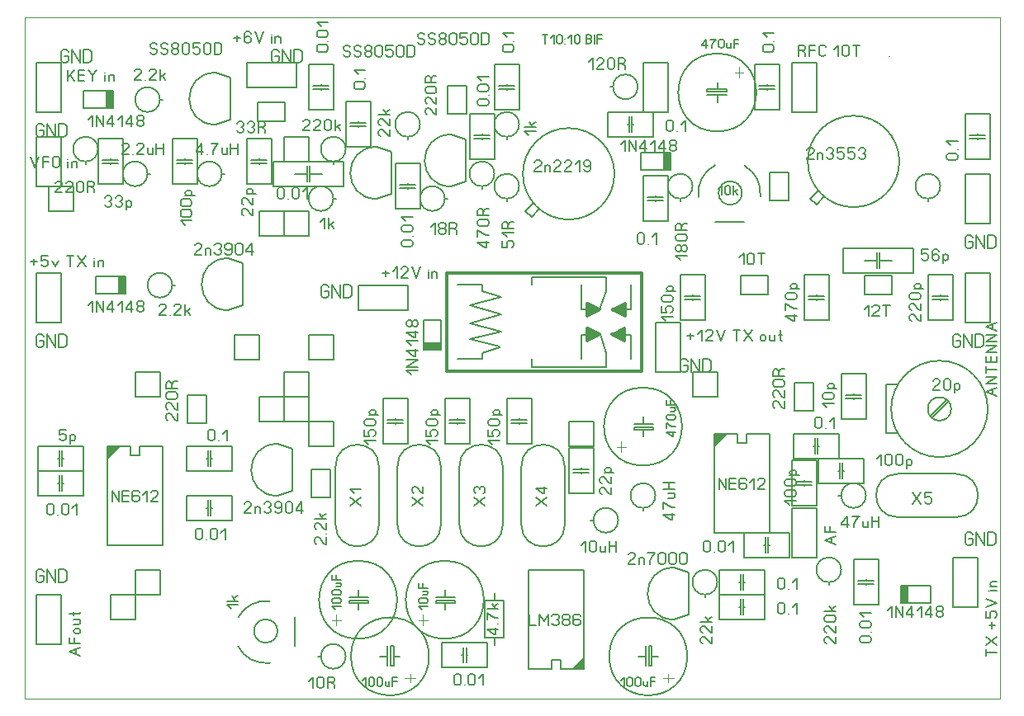
<source format=gbr>
%FSLAX34Y34*%
%MOMM*%
%LNCOPPER_BOTTOM*%
G71*
G01*
%ADD10C, 0.00*%
%ADD11C, 0.15*%
%ADD12C, 0.21*%
%ADD13C, 0.10*%
%ADD14C, 0.16*%
%ADD15C, 0.12*%
%ADD16C, 0.00*%
%ADD17C, 0.30*%
%ADD18C, 0.20*%
%ADD19C, 0.17*%
%LPD*%
G54D10*
X-50000Y1050000D02*
X950000Y1050000D01*
X950000Y350000D01*
X-50000Y350000D01*
X-50000Y1050000D01*
G54D11*
X-38100Y1003300D02*
X-12700Y1003300D01*
X-12700Y952500D01*
X-38100Y952500D01*
X-38100Y1003300D01*
G54D11*
X88900Y965200D02*
X92000Y965200D01*
G54D11*
G75*
G01X88900Y965200D02*
G03X88900Y965200I-12700J0D01*
G01*
G54D12*
X69774Y985127D02*
X62841Y985127D01*
X62841Y985849D01*
X63708Y987294D01*
X68908Y991627D01*
X69774Y993071D01*
X69774Y994516D01*
X68908Y995960D01*
X67174Y996683D01*
X65441Y996683D01*
X63708Y995960D01*
X62841Y994516D01*
G54D12*
X73818Y985127D02*
X73818Y985127D01*
G54D12*
X84795Y985127D02*
X77862Y985127D01*
X77862Y985849D01*
X78729Y987294D01*
X83929Y991627D01*
X84795Y993071D01*
X84795Y994516D01*
X83929Y995960D01*
X82195Y996683D01*
X80462Y996683D01*
X78729Y995960D01*
X77862Y994516D01*
G54D12*
X88839Y985127D02*
X88839Y996683D01*
G54D12*
X91439Y989460D02*
X94039Y985127D01*
G54D12*
X88839Y988016D02*
X94039Y991627D01*
G54D11*
X40600Y956500D02*
X40600Y973900D01*
X10200Y973900D01*
X10200Y956500D01*
X40600Y956500D01*
G36*
X40500Y956600D02*
X40500Y973300D01*
X33300Y973300D01*
X33300Y956600D01*
X40500Y956600D01*
G37*
G54D13*
X40500Y956600D02*
X40500Y973300D01*
X33300Y973300D01*
X33300Y956600D01*
X40500Y956600D01*
G54D12*
X15845Y944916D02*
X20179Y949250D01*
X20179Y937694D01*
G54D12*
X24222Y937694D02*
X24222Y949250D01*
X31156Y937694D01*
X31156Y949250D01*
G54D12*
X40399Y937694D02*
X40399Y949250D01*
X35199Y942027D01*
X35199Y940583D01*
X42133Y940583D01*
G54D12*
X46176Y944916D02*
X50510Y949250D01*
X50510Y937694D01*
G54D12*
X59753Y937694D02*
X59753Y949250D01*
X54553Y942027D01*
X54553Y940583D01*
X61487Y940583D01*
G54D12*
X69864Y943472D02*
X68130Y943472D01*
X66397Y944194D01*
X65530Y945638D01*
X65530Y947083D01*
X66397Y948527D01*
X68130Y949250D01*
X69864Y949250D01*
X71597Y948527D01*
X72464Y947083D01*
X72464Y945638D01*
X71597Y944194D01*
X69864Y943472D01*
X71597Y942750D01*
X72464Y941305D01*
X72464Y939861D01*
X71597Y938416D01*
X69864Y937694D01*
X68130Y937694D01*
X66397Y938416D01*
X65530Y939861D01*
X65530Y941305D01*
X66397Y942750D01*
X68130Y943472D01*
G54D11*
X145766Y939471D02*
X160966Y944371D01*
X160966Y987971D01*
X145766Y992871D01*
G54D11*
G75*
G01X145666Y992821D02*
G03X145666Y939521I0J-26650D01*
G01*
G54D12*
X79316Y1014052D02*
X80183Y1012607D01*
X81916Y1011885D01*
X83649Y1011885D01*
X85383Y1012607D01*
X86249Y1014052D01*
X86249Y1015496D01*
X85383Y1016941D01*
X83649Y1017663D01*
X81916Y1017663D01*
X80183Y1018385D01*
X79316Y1019829D01*
X79316Y1021274D01*
X80183Y1022718D01*
X81916Y1023441D01*
X83649Y1023441D01*
X85383Y1022718D01*
X86249Y1021274D01*
G54D12*
X90293Y1014052D02*
X91160Y1012607D01*
X92893Y1011885D01*
X94626Y1011885D01*
X96360Y1012607D01*
X97226Y1014052D01*
X97226Y1015496D01*
X96360Y1016941D01*
X94626Y1017663D01*
X92893Y1017663D01*
X91160Y1018385D01*
X90293Y1019829D01*
X90293Y1021274D01*
X91160Y1022718D01*
X92893Y1023441D01*
X94626Y1023441D01*
X96360Y1022718D01*
X97226Y1021274D01*
G54D12*
X105603Y1017663D02*
X103870Y1017663D01*
X102137Y1018385D01*
X101270Y1019829D01*
X101270Y1021274D01*
X102137Y1022718D01*
X103870Y1023441D01*
X105603Y1023441D01*
X107337Y1022718D01*
X108203Y1021274D01*
X108203Y1019829D01*
X107337Y1018385D01*
X105603Y1017663D01*
X107337Y1016941D01*
X108203Y1015496D01*
X108203Y1014052D01*
X107337Y1012607D01*
X105603Y1011885D01*
X103870Y1011885D01*
X102137Y1012607D01*
X101270Y1014052D01*
X101270Y1015496D01*
X102137Y1016941D01*
X103870Y1017663D01*
G54D12*
X119180Y1021274D02*
X119180Y1014052D01*
X118314Y1012607D01*
X116580Y1011885D01*
X114847Y1011885D01*
X113114Y1012607D01*
X112247Y1014052D01*
X112247Y1021274D01*
X113114Y1022718D01*
X114847Y1023441D01*
X116580Y1023441D01*
X118314Y1022718D01*
X119180Y1021274D01*
G54D12*
X130157Y1023441D02*
X123224Y1023441D01*
X123224Y1018385D01*
X124091Y1018385D01*
X125824Y1019107D01*
X127557Y1019107D01*
X129291Y1018385D01*
X130157Y1016941D01*
X130157Y1014052D01*
X129291Y1012607D01*
X127557Y1011885D01*
X125824Y1011885D01*
X124091Y1012607D01*
X123224Y1014052D01*
G54D12*
X141134Y1021274D02*
X141134Y1014052D01*
X140268Y1012607D01*
X138534Y1011885D01*
X136801Y1011885D01*
X135068Y1012607D01*
X134201Y1014052D01*
X134201Y1021274D01*
X135068Y1022718D01*
X136801Y1023441D01*
X138534Y1023441D01*
X140268Y1022718D01*
X141134Y1021274D01*
G54D12*
X145178Y1011885D02*
X145178Y1023441D01*
X149511Y1023441D01*
X151245Y1022718D01*
X152111Y1021274D01*
X152111Y1014052D01*
X151245Y1012607D01*
X149511Y1011885D01*
X145178Y1011885D01*
G54D11*
X177800Y977900D02*
X177800Y1003300D01*
X228600Y1003300D01*
X228600Y977900D01*
X177800Y977900D01*
G54D12*
X164350Y1028306D02*
X171283Y1028306D01*
G54D12*
X167817Y1031194D02*
X167817Y1025417D01*
G54D12*
X182260Y1032639D02*
X181394Y1034083D01*
X179660Y1034806D01*
X177927Y1034806D01*
X176194Y1034083D01*
X175327Y1032639D01*
X175327Y1029028D01*
X175327Y1028306D01*
X177927Y1029750D01*
X179660Y1029750D01*
X181394Y1029028D01*
X182260Y1027583D01*
X182260Y1025417D01*
X181394Y1023972D01*
X179660Y1023250D01*
X177927Y1023250D01*
X176194Y1023972D01*
X175327Y1025417D01*
X175327Y1029028D01*
G54D12*
X186304Y1034806D02*
X190637Y1023250D01*
X194971Y1034806D01*
G54D12*
X203232Y1023250D02*
X203232Y1029750D01*
G54D12*
X203232Y1031917D02*
X203232Y1031917D01*
G54D12*
X207276Y1023250D02*
X207276Y1029750D01*
G54D12*
X207276Y1028306D02*
X208143Y1029317D01*
X209876Y1029750D01*
X211609Y1029317D01*
X212476Y1028306D01*
X212476Y1023250D01*
G54D11*
X188900Y962000D02*
X217500Y962000D01*
X217500Y943000D01*
X188900Y943000D01*
X188900Y962000D01*
G54D12*
X167800Y940539D02*
X168667Y941983D01*
X170400Y942706D01*
X172133Y942706D01*
X173867Y941983D01*
X174733Y940539D01*
X174733Y939094D01*
X173867Y937650D01*
X172133Y936928D01*
X173867Y936206D01*
X174733Y934761D01*
X174733Y933317D01*
X173867Y931872D01*
X172133Y931150D01*
X170400Y931150D01*
X168667Y931872D01*
X167800Y933317D01*
G54D12*
X178777Y940539D02*
X179644Y941983D01*
X181377Y942706D01*
X183110Y942706D01*
X184844Y941983D01*
X185710Y940539D01*
X185710Y939094D01*
X184844Y937650D01*
X183110Y936928D01*
X184844Y936206D01*
X185710Y934761D01*
X185710Y933317D01*
X184844Y931872D01*
X183110Y931150D01*
X181377Y931150D01*
X179644Y931872D01*
X178777Y933317D01*
G54D12*
X193221Y936928D02*
X195821Y935483D01*
X196687Y934039D01*
X196687Y931150D01*
G54D12*
X189754Y931150D02*
X189754Y942706D01*
X194087Y942706D01*
X195821Y941983D01*
X196687Y940539D01*
X196687Y939094D01*
X195821Y937650D01*
X194087Y936928D01*
X189754Y936928D01*
G54D11*
X266700Y1001000D02*
X241300Y1001000D01*
X241300Y954800D01*
X266700Y954800D01*
X266700Y1001000D01*
G54D11*
X262000Y979500D02*
X246000Y979500D01*
G54D11*
X262000Y976300D02*
X246000Y976300D01*
G54D11*
X254000Y979500D02*
X254000Y981100D01*
G54D11*
X254000Y976300D02*
X254000Y974700D01*
G54D12*
X251861Y1021383D02*
X259083Y1021383D01*
X260528Y1020517D01*
X261250Y1018783D01*
X261250Y1017050D01*
X260528Y1015317D01*
X259083Y1014450D01*
X251861Y1014450D01*
X250417Y1015317D01*
X249694Y1017050D01*
X249694Y1018783D01*
X250417Y1020517D01*
X251861Y1021383D01*
G54D12*
X261250Y1025427D02*
X261250Y1025427D01*
G54D12*
X251861Y1036404D02*
X259083Y1036404D01*
X260528Y1035538D01*
X261250Y1033804D01*
X261250Y1032071D01*
X260528Y1030338D01*
X259083Y1029471D01*
X251861Y1029471D01*
X250417Y1030338D01*
X249694Y1032071D01*
X249694Y1033804D01*
X250417Y1035538D01*
X251861Y1036404D01*
G54D12*
X254028Y1040448D02*
X249694Y1044781D01*
X261250Y1044781D01*
G54D11*
X310866Y863271D02*
X326066Y868171D01*
X326066Y911771D01*
X310866Y916671D01*
G54D11*
G75*
G01X310766Y916621D02*
G03X310766Y863321I0J-26650D01*
G01*
G54D12*
X276866Y1011524D02*
X277732Y1010079D01*
X279466Y1009357D01*
X281199Y1009357D01*
X282932Y1010079D01*
X283799Y1011524D01*
X283799Y1012968D01*
X282932Y1014413D01*
X281199Y1015135D01*
X279466Y1015135D01*
X277732Y1015857D01*
X276866Y1017301D01*
X276866Y1018746D01*
X277732Y1020190D01*
X279466Y1020913D01*
X281199Y1020913D01*
X282932Y1020190D01*
X283799Y1018746D01*
G54D12*
X287843Y1011524D02*
X288709Y1010079D01*
X290443Y1009357D01*
X292176Y1009357D01*
X293909Y1010079D01*
X294776Y1011524D01*
X294776Y1012968D01*
X293909Y1014413D01*
X292176Y1015135D01*
X290443Y1015135D01*
X288709Y1015857D01*
X287843Y1017301D01*
X287843Y1018746D01*
X288709Y1020190D01*
X290443Y1020913D01*
X292176Y1020913D01*
X293909Y1020190D01*
X294776Y1018746D01*
G54D12*
X303153Y1015135D02*
X301420Y1015135D01*
X299686Y1015857D01*
X298820Y1017301D01*
X298820Y1018746D01*
X299686Y1020190D01*
X301420Y1020913D01*
X303153Y1020913D01*
X304886Y1020190D01*
X305753Y1018746D01*
X305753Y1017301D01*
X304886Y1015857D01*
X303153Y1015135D01*
X304886Y1014413D01*
X305753Y1012968D01*
X305753Y1011524D01*
X304886Y1010079D01*
X303153Y1009357D01*
X301420Y1009357D01*
X299686Y1010079D01*
X298820Y1011524D01*
X298820Y1012968D01*
X299686Y1014413D01*
X301420Y1015135D01*
G54D12*
X316730Y1018746D02*
X316730Y1011524D01*
X315863Y1010079D01*
X314130Y1009357D01*
X312397Y1009357D01*
X310663Y1010079D01*
X309797Y1011524D01*
X309797Y1018746D01*
X310663Y1020190D01*
X312397Y1020913D01*
X314130Y1020913D01*
X315863Y1020190D01*
X316730Y1018746D01*
G54D12*
X327707Y1020913D02*
X320774Y1020913D01*
X320774Y1015857D01*
X321640Y1015857D01*
X323374Y1016579D01*
X325107Y1016579D01*
X326840Y1015857D01*
X327707Y1014413D01*
X327707Y1011524D01*
X326840Y1010079D01*
X325107Y1009357D01*
X323374Y1009357D01*
X321640Y1010079D01*
X320774Y1011524D01*
G54D12*
X338684Y1018746D02*
X338684Y1011524D01*
X337817Y1010079D01*
X336084Y1009357D01*
X334351Y1009357D01*
X332617Y1010079D01*
X331751Y1011524D01*
X331751Y1018746D01*
X332617Y1020190D01*
X334351Y1020913D01*
X336084Y1020913D01*
X337817Y1020190D01*
X338684Y1018746D01*
G54D12*
X342728Y1009357D02*
X342728Y1020913D01*
X347061Y1020913D01*
X348794Y1020190D01*
X349661Y1018746D01*
X349661Y1011524D01*
X348794Y1010079D01*
X347061Y1009357D01*
X342728Y1009357D01*
G54D11*
X-38100Y927100D02*
X-12700Y927100D01*
X-12700Y876300D01*
X-38100Y876300D01*
X-38100Y927100D01*
G54D12*
X-43550Y906906D02*
X-39217Y895350D01*
X-34883Y906906D01*
G54D12*
X-30839Y895350D02*
X-30839Y906906D01*
X-24772Y906906D01*
G54D12*
X-30839Y901128D02*
X-24772Y901128D01*
G54D12*
X-13795Y904739D02*
X-13795Y897517D01*
X-14661Y896072D01*
X-16395Y895350D01*
X-18128Y895350D01*
X-19861Y896072D01*
X-20728Y897517D01*
X-20728Y904739D01*
X-19861Y906183D01*
X-18128Y906906D01*
X-16395Y906906D01*
X-14661Y906183D01*
X-13795Y904739D01*
G54D12*
X-5534Y895350D02*
X-5534Y901850D01*
G54D12*
X-5534Y904017D02*
X-5534Y904017D01*
G54D12*
X-1490Y895350D02*
X-1490Y901850D01*
G54D12*
X-1490Y900406D02*
X-623Y901417D01*
X1110Y901850D01*
X2843Y901417D01*
X3710Y900406D01*
X3710Y895350D01*
G54D11*
X12700Y901700D02*
X12700Y898600D01*
G54D11*
G75*
G01X12700Y901700D02*
G03X12700Y901700I0J12700D01*
G01*
G54D12*
X-11240Y869859D02*
X-18173Y869859D01*
X-18173Y870581D01*
X-17306Y872026D01*
X-12106Y876359D01*
X-11240Y877803D01*
X-11240Y879248D01*
X-12106Y880692D01*
X-13840Y881415D01*
X-15573Y881415D01*
X-17306Y880692D01*
X-18173Y879248D01*
G54D12*
X-263Y869859D02*
X-7196Y869859D01*
X-7196Y870581D01*
X-6329Y872026D01*
X-1129Y876359D01*
X-263Y877803D01*
X-263Y879248D01*
X-1129Y880692D01*
X-2863Y881415D01*
X-4596Y881415D01*
X-6329Y880692D01*
X-7196Y879248D01*
G54D12*
X10714Y879248D02*
X10714Y872026D01*
X9848Y870581D01*
X8114Y869859D01*
X6381Y869859D01*
X4648Y870581D01*
X3781Y872026D01*
X3781Y879248D01*
X4648Y880692D01*
X6381Y881415D01*
X8114Y881415D01*
X9848Y880692D01*
X10714Y879248D01*
G54D12*
X18225Y875637D02*
X20825Y874192D01*
X21691Y872748D01*
X21691Y869859D01*
G54D12*
X14758Y869859D02*
X14758Y881415D01*
X19091Y881415D01*
X20825Y880692D01*
X21691Y879248D01*
X21691Y877803D01*
X20825Y876359D01*
X19091Y875637D01*
X14758Y875637D01*
G54D11*
X50800Y924800D02*
X25400Y924800D01*
X25400Y878600D01*
X50800Y878600D01*
X50800Y924800D01*
G54D11*
X46100Y903300D02*
X30100Y903300D01*
G54D11*
X46100Y900100D02*
X30100Y900100D01*
G54D11*
X38100Y903300D02*
X38100Y904900D01*
G54D11*
X38100Y900100D02*
X38100Y898500D01*
G54D12*
X32650Y864339D02*
X33517Y865783D01*
X35250Y866506D01*
X36983Y866506D01*
X38717Y865783D01*
X39583Y864339D01*
X39583Y862894D01*
X38717Y861450D01*
X36983Y860728D01*
X38717Y860006D01*
X39583Y858561D01*
X39583Y857117D01*
X38717Y855672D01*
X36983Y854950D01*
X35250Y854950D01*
X33517Y855672D01*
X32650Y857117D01*
G54D12*
X43627Y864339D02*
X44494Y865783D01*
X46227Y866506D01*
X47960Y866506D01*
X49694Y865783D01*
X50560Y864339D01*
X50560Y862894D01*
X49694Y861450D01*
X47960Y860728D01*
X49694Y860006D01*
X50560Y858561D01*
X50560Y857117D01*
X49694Y855672D01*
X47960Y854950D01*
X46227Y854950D01*
X44494Y855672D01*
X43627Y857117D01*
G54D12*
X54604Y861450D02*
X54604Y852061D01*
G54D12*
X54604Y857117D02*
X55471Y855239D01*
X57204Y854950D01*
X58937Y855239D01*
X59804Y856683D01*
X59804Y859572D01*
X58937Y861017D01*
X57204Y861450D01*
X55471Y861017D01*
X54604Y859283D01*
G54D11*
X76200Y889000D02*
X79300Y889000D01*
G54D11*
G75*
G01X76200Y889000D02*
G03X76200Y889000I-12700J0D01*
G01*
G54D12*
X57074Y908927D02*
X50141Y908927D01*
X50141Y909649D01*
X51008Y911094D01*
X56208Y915427D01*
X57074Y916871D01*
X57074Y918316D01*
X56208Y919760D01*
X54474Y920483D01*
X52741Y920483D01*
X51008Y919760D01*
X50141Y918316D01*
G54D12*
X61118Y908927D02*
X61118Y908927D01*
G54D12*
X72095Y908927D02*
X65162Y908927D01*
X65162Y909649D01*
X66029Y911094D01*
X71229Y915427D01*
X72095Y916871D01*
X72095Y918316D01*
X71229Y919760D01*
X69495Y920483D01*
X67762Y920483D01*
X66029Y919760D01*
X65162Y918316D01*
G54D12*
X81339Y915427D02*
X81339Y908927D01*
G54D12*
X81339Y910371D02*
X80472Y909216D01*
X78739Y908927D01*
X77006Y909216D01*
X76139Y910371D01*
X76139Y915427D01*
G54D12*
X85383Y908927D02*
X85383Y920483D01*
G54D12*
X92316Y908927D02*
X92316Y920483D01*
G54D12*
X85383Y914705D02*
X92316Y914705D01*
G54D11*
X127000Y924800D02*
X101600Y924800D01*
X101600Y878600D01*
X127000Y878600D01*
X127000Y924800D01*
G54D11*
X122300Y903300D02*
X106300Y903300D01*
G54D11*
X122300Y900100D02*
X106300Y900100D01*
G54D11*
X114300Y903300D02*
X114300Y904900D01*
G54D11*
X114300Y900100D02*
X114300Y898500D01*
G54D12*
X114328Y836650D02*
X109994Y840983D01*
X121550Y840983D01*
G54D12*
X112161Y851960D02*
X119383Y851960D01*
X120828Y851094D01*
X121550Y849360D01*
X121550Y847627D01*
X120828Y845894D01*
X119383Y845027D01*
X112161Y845027D01*
X110717Y845894D01*
X109994Y847627D01*
X109994Y849360D01*
X110717Y851094D01*
X112161Y851960D01*
G54D12*
X112161Y862937D02*
X119383Y862937D01*
X120828Y862071D01*
X121550Y860337D01*
X121550Y858604D01*
X120828Y856871D01*
X119383Y856004D01*
X112161Y856004D01*
X110717Y856871D01*
X109994Y858604D01*
X109994Y860337D01*
X110717Y862071D01*
X112161Y862937D01*
G54D12*
X115050Y866981D02*
X124439Y866981D01*
G54D12*
X119383Y866981D02*
X121261Y867848D01*
X121550Y869581D01*
X121261Y871314D01*
X119817Y872181D01*
X116928Y872181D01*
X115483Y871314D01*
X115050Y869581D01*
X115483Y867848D01*
X117217Y866981D01*
G54D11*
X152400Y889000D02*
X155500Y889000D01*
G54D11*
G75*
G01X152400Y889000D02*
G03X152400Y889000I-12700J0D01*
G01*
G54D12*
X131541Y908927D02*
X131541Y920483D01*
X126341Y913260D01*
X126341Y911816D01*
X133274Y911816D01*
G54D12*
X137318Y908927D02*
X137318Y908927D01*
G54D12*
X141362Y920483D02*
X148295Y920483D01*
X147429Y919038D01*
X145695Y916871D01*
X143962Y913983D01*
X143095Y911816D01*
X143095Y908927D01*
G54D12*
X157539Y915427D02*
X157539Y908927D01*
G54D12*
X157539Y910371D02*
X156672Y909216D01*
X154939Y908927D01*
X153206Y909216D01*
X152339Y910371D01*
X152339Y915427D01*
G54D12*
X161583Y908927D02*
X161583Y920483D01*
G54D12*
X168516Y908927D02*
X168516Y920483D01*
G54D12*
X161583Y914705D02*
X168516Y914705D01*
G54D11*
X203200Y924800D02*
X177800Y924800D01*
X177800Y878600D01*
X203200Y878600D01*
X203200Y924800D01*
G54D11*
X198500Y903300D02*
X182500Y903300D01*
G54D11*
X198500Y900100D02*
X182500Y900100D01*
G54D11*
X190500Y903300D02*
X190500Y904900D01*
G54D11*
X190500Y900100D02*
X190500Y898500D01*
G54D12*
X184300Y853490D02*
X184300Y846556D01*
X183578Y846556D01*
X182133Y847423D01*
X177800Y852623D01*
X176356Y853490D01*
X174911Y853490D01*
X173467Y852623D01*
X172744Y850890D01*
X172744Y849156D01*
X173467Y847423D01*
X174911Y846556D01*
G54D12*
X184300Y864467D02*
X184300Y857533D01*
X183578Y857533D01*
X182133Y858400D01*
X177800Y863600D01*
X176356Y864467D01*
X174911Y864467D01*
X173467Y863600D01*
X172744Y861867D01*
X172744Y860133D01*
X173467Y858400D01*
X174911Y857533D01*
G54D12*
X177800Y868510D02*
X187189Y868510D01*
G54D12*
X182133Y868510D02*
X184011Y869377D01*
X184300Y871110D01*
X184011Y872844D01*
X182567Y873710D01*
X179678Y873710D01*
X178233Y872844D01*
X177800Y871110D01*
X178233Y869377D01*
X179967Y868510D01*
G54D11*
X266700Y901700D02*
X266700Y898600D01*
G54D11*
G75*
G01X266700Y901700D02*
G03X266700Y901700I0J12700D01*
G01*
G54D12*
X242760Y933359D02*
X235827Y933359D01*
X235827Y934081D01*
X236694Y935526D01*
X241894Y939859D01*
X242760Y941303D01*
X242760Y942748D01*
X241894Y944192D01*
X240160Y944915D01*
X238427Y944915D01*
X236694Y944192D01*
X235827Y942748D01*
G54D12*
X253737Y933359D02*
X246804Y933359D01*
X246804Y934081D01*
X247671Y935526D01*
X252871Y939859D01*
X253737Y941303D01*
X253737Y942748D01*
X252871Y944192D01*
X251137Y944915D01*
X249404Y944915D01*
X247671Y944192D01*
X246804Y942748D01*
G54D12*
X264714Y942748D02*
X264714Y935526D01*
X263848Y934081D01*
X262114Y933359D01*
X260381Y933359D01*
X258648Y934081D01*
X257781Y935526D01*
X257781Y942748D01*
X258648Y944192D01*
X260381Y944915D01*
X262114Y944915D01*
X263848Y944192D01*
X264714Y942748D01*
G54D12*
X268758Y933359D02*
X268758Y944915D01*
G54D12*
X271358Y937692D02*
X273958Y933359D01*
G54D12*
X268758Y936248D02*
X273958Y939859D01*
G54D11*
X304800Y962900D02*
X279400Y962900D01*
X279400Y916700D01*
X304800Y916700D01*
X304800Y962900D01*
G54D11*
X300100Y941400D02*
X284100Y941400D01*
G54D11*
X300100Y938200D02*
X284100Y938200D01*
G54D11*
X292100Y941400D02*
X292100Y943000D01*
G54D11*
X292100Y938200D02*
X292100Y936600D01*
G54D12*
X289961Y983283D02*
X297183Y983283D01*
X298628Y982417D01*
X299350Y980683D01*
X299350Y978950D01*
X298628Y977217D01*
X297183Y976350D01*
X289961Y976350D01*
X288517Y977217D01*
X287794Y978950D01*
X287794Y980683D01*
X288517Y982417D01*
X289961Y983283D01*
G54D12*
X299350Y987327D02*
X299350Y987327D01*
G54D12*
X292128Y991371D02*
X287794Y995704D01*
X299350Y995704D01*
G54D11*
X330200Y853200D02*
X355600Y853200D01*
X355600Y899400D01*
X330200Y899400D01*
X330200Y853200D01*
G54D11*
X334900Y874700D02*
X350900Y874700D01*
G54D11*
X334900Y877900D02*
X350900Y877900D01*
G54D11*
X342900Y874700D02*
X342900Y873100D01*
G54D11*
X342900Y877900D02*
X342900Y879500D01*
G54D12*
X338961Y821283D02*
X346183Y821283D01*
X347628Y820417D01*
X348350Y818683D01*
X348350Y816950D01*
X347628Y815217D01*
X346183Y814350D01*
X338961Y814350D01*
X337517Y815217D01*
X336794Y816950D01*
X336794Y818683D01*
X337517Y820417D01*
X338961Y821283D01*
G54D12*
X348350Y825327D02*
X348350Y825327D01*
G54D12*
X338961Y836304D02*
X346183Y836304D01*
X347628Y835438D01*
X348350Y833704D01*
X348350Y831971D01*
X347628Y830238D01*
X346183Y829371D01*
X338961Y829371D01*
X337517Y830238D01*
X336794Y831971D01*
X336794Y833704D01*
X337517Y835438D01*
X338961Y836304D01*
G54D12*
X341128Y840348D02*
X336794Y844681D01*
X348350Y844681D01*
G54D11*
X387066Y875971D02*
X402266Y880871D01*
X402266Y924471D01*
X387066Y929371D01*
G54D11*
G75*
G01X386966Y929321D02*
G03X386966Y876021I0J-26650D01*
G01*
G54D12*
X353066Y1024224D02*
X353932Y1022779D01*
X355666Y1022057D01*
X357399Y1022057D01*
X359132Y1022779D01*
X359999Y1024224D01*
X359999Y1025668D01*
X359132Y1027113D01*
X357399Y1027835D01*
X355666Y1027835D01*
X353932Y1028557D01*
X353066Y1030001D01*
X353066Y1031446D01*
X353932Y1032890D01*
X355666Y1033613D01*
X357399Y1033613D01*
X359132Y1032890D01*
X359999Y1031446D01*
G54D12*
X364043Y1024224D02*
X364909Y1022779D01*
X366643Y1022057D01*
X368376Y1022057D01*
X370109Y1022779D01*
X370976Y1024224D01*
X370976Y1025668D01*
X370109Y1027113D01*
X368376Y1027835D01*
X366643Y1027835D01*
X364909Y1028557D01*
X364043Y1030001D01*
X364043Y1031446D01*
X364909Y1032890D01*
X366643Y1033613D01*
X368376Y1033613D01*
X370109Y1032890D01*
X370976Y1031446D01*
G54D12*
X379353Y1027835D02*
X377620Y1027835D01*
X375886Y1028557D01*
X375020Y1030001D01*
X375020Y1031446D01*
X375886Y1032890D01*
X377620Y1033613D01*
X379353Y1033613D01*
X381086Y1032890D01*
X381953Y1031446D01*
X381953Y1030001D01*
X381086Y1028557D01*
X379353Y1027835D01*
X381086Y1027113D01*
X381953Y1025668D01*
X381953Y1024224D01*
X381086Y1022779D01*
X379353Y1022057D01*
X377620Y1022057D01*
X375886Y1022779D01*
X375020Y1024224D01*
X375020Y1025668D01*
X375886Y1027113D01*
X377620Y1027835D01*
G54D12*
X392930Y1031446D02*
X392930Y1024224D01*
X392063Y1022779D01*
X390330Y1022057D01*
X388597Y1022057D01*
X386863Y1022779D01*
X385997Y1024224D01*
X385997Y1031446D01*
X386863Y1032890D01*
X388597Y1033613D01*
X390330Y1033613D01*
X392063Y1032890D01*
X392930Y1031446D01*
G54D12*
X403907Y1033613D02*
X396974Y1033613D01*
X396974Y1028557D01*
X397840Y1028557D01*
X399574Y1029279D01*
X401307Y1029279D01*
X403040Y1028557D01*
X403907Y1027113D01*
X403907Y1024224D01*
X403040Y1022779D01*
X401307Y1022057D01*
X399574Y1022057D01*
X397840Y1022779D01*
X396974Y1024224D01*
G54D12*
X414884Y1031446D02*
X414884Y1024224D01*
X414017Y1022779D01*
X412284Y1022057D01*
X410551Y1022057D01*
X408817Y1022779D01*
X407951Y1024224D01*
X407951Y1031446D01*
X408817Y1032890D01*
X410551Y1033613D01*
X412284Y1033613D01*
X414017Y1032890D01*
X414884Y1031446D01*
G54D12*
X418928Y1022057D02*
X418928Y1033613D01*
X423261Y1033613D01*
X424994Y1032890D01*
X425861Y1031446D01*
X425861Y1024224D01*
X424994Y1022779D01*
X423261Y1022057D01*
X418928Y1022057D01*
G54D11*
X342900Y927100D02*
X342900Y924000D01*
G54D11*
G75*
G01X342900Y927100D02*
G03X342900Y927100I0J12700D01*
G01*
G54D12*
X324727Y934692D02*
X324727Y927759D01*
X324005Y927759D01*
X322560Y928626D01*
X318227Y933826D01*
X316783Y934692D01*
X315338Y934692D01*
X313894Y933826D01*
X313171Y932092D01*
X313171Y930359D01*
X313894Y928626D01*
X315338Y927759D01*
G54D12*
X324727Y945669D02*
X324727Y938736D01*
X324005Y938736D01*
X322560Y939603D01*
X318227Y944803D01*
X316783Y945669D01*
X315338Y945669D01*
X313894Y944803D01*
X313171Y943069D01*
X313171Y941336D01*
X313894Y939603D01*
X315338Y938736D01*
G54D12*
X324727Y949713D02*
X313171Y949713D01*
G54D12*
X320394Y952313D02*
X324727Y954913D01*
G54D12*
X321838Y949713D02*
X318227Y954913D01*
G54D11*
X266700Y863600D02*
X269800Y863600D01*
G54D11*
G75*
G01X266700Y863600D02*
G03X266700Y863600I-12700J0D01*
G01*
G54D12*
X253341Y839949D02*
X257674Y844283D01*
X257674Y832727D01*
G54D12*
X261718Y832727D02*
X261718Y844283D01*
G54D12*
X264318Y837060D02*
X266918Y832727D01*
G54D12*
X261718Y835616D02*
X266918Y839227D01*
G54D11*
X403200Y979500D02*
X403200Y950900D01*
X384200Y950900D01*
X384200Y979500D01*
X403200Y979500D01*
G54D12*
X372350Y956733D02*
X372350Y949800D01*
X371628Y949800D01*
X370183Y950667D01*
X365850Y955867D01*
X364406Y956733D01*
X362961Y956733D01*
X361517Y955867D01*
X360794Y954133D01*
X360794Y952400D01*
X361517Y950667D01*
X362961Y949800D01*
G54D12*
X372350Y967710D02*
X372350Y960777D01*
X371628Y960777D01*
X370183Y961644D01*
X365850Y966844D01*
X364406Y967710D01*
X362961Y967710D01*
X361517Y966844D01*
X360794Y965110D01*
X360794Y963377D01*
X361517Y961644D01*
X362961Y960777D01*
G54D12*
X362961Y978687D02*
X370183Y978687D01*
X371628Y977821D01*
X372350Y976087D01*
X372350Y974354D01*
X371628Y972621D01*
X370183Y971754D01*
X362961Y971754D01*
X361517Y972621D01*
X360794Y974354D01*
X360794Y976087D01*
X361517Y977821D01*
X362961Y978687D01*
G54D12*
X366572Y986198D02*
X368017Y988798D01*
X369461Y989664D01*
X372350Y989664D01*
G54D12*
X372350Y982731D02*
X360794Y982731D01*
X360794Y987064D01*
X361517Y988798D01*
X362961Y989664D01*
X364406Y989664D01*
X365850Y988798D01*
X366572Y987064D01*
X366572Y982731D01*
G54D11*
X381000Y863600D02*
X384100Y863600D01*
G54D11*
G75*
G01X381000Y863600D02*
G03X381000Y863600I-12700J0D01*
G01*
G54D12*
X366556Y834589D02*
X370890Y838922D01*
X370890Y827367D01*
G54D12*
X379267Y833144D02*
X377533Y833144D01*
X375800Y833867D01*
X374933Y835311D01*
X374933Y836756D01*
X375800Y838200D01*
X377533Y838922D01*
X379267Y838922D01*
X381000Y838200D01*
X381867Y836756D01*
X381867Y835311D01*
X381000Y833867D01*
X379267Y833144D01*
X381000Y832422D01*
X381867Y830978D01*
X381867Y829533D01*
X381000Y828089D01*
X379267Y827367D01*
X377533Y827367D01*
X375800Y828089D01*
X374933Y829533D01*
X374933Y830978D01*
X375800Y832422D01*
X377533Y833144D01*
G54D12*
X389377Y833144D02*
X391977Y831700D01*
X392844Y830256D01*
X392844Y827367D01*
G54D12*
X385910Y827367D02*
X385910Y838922D01*
X390244Y838922D01*
X391977Y838200D01*
X392844Y836756D01*
X392844Y835311D01*
X391977Y833867D01*
X390244Y833144D01*
X385910Y833144D01*
G54D11*
X431800Y950200D02*
X406400Y950200D01*
X406400Y904000D01*
X431800Y904000D01*
X431800Y950200D01*
G54D11*
X427100Y928700D02*
X411100Y928700D01*
G54D11*
X427100Y925500D02*
X411100Y925500D01*
G54D11*
X419100Y928700D02*
X419100Y930300D01*
G54D11*
X419100Y925500D02*
X419100Y923900D01*
G54D12*
X416567Y965612D02*
X423789Y965612D01*
X425233Y964746D01*
X425956Y963012D01*
X425956Y961279D01*
X425233Y959546D01*
X423789Y958679D01*
X416567Y958679D01*
X415122Y959546D01*
X414400Y961279D01*
X414400Y963012D01*
X415122Y964746D01*
X416567Y965612D01*
G54D12*
X425956Y969656D02*
X425956Y969656D01*
G54D12*
X416567Y980633D02*
X423789Y980633D01*
X425233Y979767D01*
X425956Y978033D01*
X425956Y976300D01*
X425233Y974567D01*
X423789Y973700D01*
X416567Y973700D01*
X415122Y974567D01*
X414400Y976300D01*
X414400Y978033D01*
X415122Y979767D01*
X416567Y980633D01*
G54D12*
X418733Y984677D02*
X414400Y989010D01*
X425956Y989010D01*
G54D11*
X419100Y876300D02*
X419100Y873200D01*
G54D11*
G75*
G01X419100Y876300D02*
G03X419100Y876300I0J12700D01*
G01*
G54D12*
X426327Y818659D02*
X414771Y818659D01*
X421994Y813459D01*
X423438Y813459D01*
X423438Y820392D01*
G54D12*
X414771Y824436D02*
X414771Y831369D01*
X416216Y830503D01*
X418383Y828769D01*
X421271Y827036D01*
X423438Y826169D01*
X426327Y826169D01*
G54D12*
X416938Y842346D02*
X424160Y842346D01*
X425605Y841480D01*
X426327Y839746D01*
X426327Y838013D01*
X425605Y836280D01*
X424160Y835413D01*
X416938Y835413D01*
X415494Y836280D01*
X414771Y838013D01*
X414771Y839746D01*
X415494Y841480D01*
X416938Y842346D01*
G54D12*
X420549Y849857D02*
X421994Y852457D01*
X423438Y853323D01*
X426327Y853323D01*
G54D12*
X426327Y846390D02*
X414771Y846390D01*
X414771Y850723D01*
X415494Y852457D01*
X416938Y853323D01*
X418383Y853323D01*
X419827Y852457D01*
X420549Y850723D01*
X420549Y846390D01*
G54D11*
X444500Y927100D02*
X444500Y924000D01*
G54D11*
G75*
G01X444500Y927100D02*
G03X444500Y927100I0J12700D01*
G01*
G54D12*
X467011Y928823D02*
X462678Y933156D01*
X474233Y933156D01*
G54D12*
X474233Y937200D02*
X462678Y937200D01*
G54D12*
X469900Y939800D02*
X474233Y942400D01*
G54D12*
X471344Y937200D02*
X467733Y942400D01*
G54D11*
G75*
G01X508000Y935943D02*
G03X508000Y935943I0J-46950D01*
G01*
G54D11*
X478000Y852900D02*
X469900Y844800D01*
X463800Y850900D01*
X471900Y859000D01*
G54D12*
X480030Y891493D02*
X473097Y891493D01*
X473097Y892215D01*
X473964Y893660D01*
X479164Y897993D01*
X480030Y899437D01*
X480030Y900882D01*
X479164Y902326D01*
X477430Y903049D01*
X475697Y903049D01*
X473964Y902326D01*
X473097Y900882D01*
G54D12*
X484074Y891493D02*
X484074Y897993D01*
G54D12*
X484074Y896549D02*
X484941Y897560D01*
X486674Y897993D01*
X488407Y897560D01*
X489274Y896549D01*
X489274Y891493D01*
G54D12*
X500251Y891493D02*
X493318Y891493D01*
X493318Y892215D01*
X494185Y893660D01*
X499385Y897993D01*
X500251Y899437D01*
X500251Y900882D01*
X499385Y902326D01*
X497651Y903049D01*
X495918Y903049D01*
X494185Y902326D01*
X493318Y900882D01*
G54D12*
X511228Y891493D02*
X504295Y891493D01*
X504295Y892215D01*
X505162Y893660D01*
X510362Y897993D01*
X511228Y899437D01*
X511228Y900882D01*
X510362Y902326D01*
X508628Y903049D01*
X506895Y903049D01*
X505162Y902326D01*
X504295Y900882D01*
G54D12*
X515272Y898715D02*
X519605Y903049D01*
X519605Y891493D01*
G54D12*
X523649Y893660D02*
X524516Y892215D01*
X526249Y891493D01*
X527982Y891493D01*
X529716Y892215D01*
X530582Y893660D01*
X530582Y897271D01*
X530582Y897993D01*
X527982Y896549D01*
X526249Y896549D01*
X524516Y897271D01*
X523649Y898715D01*
X523649Y900882D01*
X524516Y902326D01*
X526249Y903049D01*
X527982Y903049D01*
X529716Y902326D01*
X530582Y900882D01*
X530582Y897271D01*
G54D11*
X444500Y863600D02*
X444500Y860500D01*
G54D11*
G75*
G01X444500Y863600D02*
G03X444500Y863600I0J12700D01*
G01*
G54D12*
X440171Y820392D02*
X440171Y813459D01*
X445227Y813459D01*
X445227Y814326D01*
X444505Y816059D01*
X444505Y817792D01*
X445227Y819526D01*
X446671Y820392D01*
X449560Y820392D01*
X451005Y819526D01*
X451727Y817792D01*
X451727Y816059D01*
X451005Y814326D01*
X449560Y813459D01*
G54D12*
X444505Y824436D02*
X440171Y828769D01*
X451727Y828769D01*
G54D12*
X445949Y836280D02*
X447394Y838880D01*
X448838Y839746D01*
X451727Y839746D01*
G54D12*
X451727Y832813D02*
X440171Y832813D01*
X440171Y837146D01*
X440894Y838880D01*
X442338Y839746D01*
X443783Y839746D01*
X445227Y838880D01*
X445949Y837146D01*
X445949Y832813D01*
G54D14*
X483827Y1022765D02*
X483827Y1031654D01*
G54D14*
X481160Y1031654D02*
X486493Y1031654D01*
G54D14*
X489604Y1028321D02*
X492937Y1031654D01*
X492937Y1022765D01*
G54D14*
X501381Y1029987D02*
X501381Y1024432D01*
X500715Y1023321D01*
X499381Y1022765D01*
X498048Y1022765D01*
X496715Y1023321D01*
X496048Y1024432D01*
X496048Y1029987D01*
X496715Y1031098D01*
X498048Y1031654D01*
X499381Y1031654D01*
X500715Y1031098D01*
X501381Y1029987D01*
G54D14*
X504492Y1022765D02*
X504492Y1022765D01*
G54D14*
X504492Y1027765D02*
X504492Y1027765D01*
G54D14*
X507603Y1028321D02*
X510936Y1031654D01*
X510936Y1022765D01*
G54D14*
X519380Y1029987D02*
X519380Y1024432D01*
X518714Y1023321D01*
X517380Y1022765D01*
X516047Y1022765D01*
X514714Y1023321D01*
X514047Y1024432D01*
X514047Y1029987D01*
X514714Y1031098D01*
X516047Y1031654D01*
X517380Y1031654D01*
X518714Y1031098D01*
X519380Y1029987D01*
G54D14*
X525735Y1022765D02*
X525735Y1031654D01*
X529068Y1031654D01*
X530402Y1031098D01*
X531068Y1029987D01*
X531068Y1028876D01*
X530402Y1027765D01*
X529068Y1027209D01*
X530402Y1026654D01*
X531068Y1025543D01*
X531068Y1024432D01*
X530402Y1023321D01*
X529068Y1022765D01*
X525735Y1022765D01*
G54D14*
X525735Y1027209D02*
X529068Y1027209D01*
G54D14*
X534179Y1022765D02*
X534179Y1031654D01*
G54D14*
X537290Y1022765D02*
X537290Y1031654D01*
X541957Y1031654D01*
G54D14*
X537290Y1027209D02*
X541957Y1027209D01*
G54D11*
X457200Y1001000D02*
X431800Y1001000D01*
X431800Y954800D01*
X457200Y954800D01*
X457200Y1001000D01*
G54D11*
X452500Y979500D02*
X436500Y979500D01*
G54D11*
X452500Y976300D02*
X436500Y976300D01*
G54D11*
X444500Y979500D02*
X444500Y981100D01*
G54D11*
X444500Y976300D02*
X444500Y974700D01*
G54D12*
X442361Y1021383D02*
X449583Y1021383D01*
X451028Y1020517D01*
X451750Y1018783D01*
X451750Y1017050D01*
X451028Y1015317D01*
X449583Y1014450D01*
X442361Y1014450D01*
X440917Y1015317D01*
X440194Y1017050D01*
X440194Y1018783D01*
X440917Y1020517D01*
X442361Y1021383D01*
G54D12*
X451750Y1025427D02*
X451750Y1025427D01*
G54D12*
X444528Y1029471D02*
X440194Y1033804D01*
X451750Y1033804D01*
G54D11*
X594600Y927100D02*
X594600Y952500D01*
X548400Y952500D01*
X548400Y927100D01*
X594600Y927100D01*
G54D11*
X573100Y931800D02*
X573100Y947800D01*
G54D11*
X569900Y931800D02*
X569900Y947800D01*
G54D11*
X573100Y939800D02*
X574700Y939800D01*
G54D11*
X569900Y939800D02*
X568300Y939800D01*
G54D12*
X614983Y941939D02*
X614983Y934717D01*
X614117Y933272D01*
X612383Y932550D01*
X610650Y932550D01*
X608917Y933272D01*
X608050Y934717D01*
X608050Y941939D01*
X608917Y943383D01*
X610650Y944106D01*
X612383Y944106D01*
X614117Y943383D01*
X614983Y941939D01*
G54D12*
X619027Y932550D02*
X619027Y932550D01*
G54D12*
X623071Y939772D02*
X627404Y944106D01*
X627404Y932550D01*
G54D11*
X612100Y893000D02*
X612100Y910400D01*
X581700Y910400D01*
X581700Y893000D01*
X612100Y893000D01*
G36*
X612000Y893100D02*
X612000Y909800D01*
X604800Y909800D01*
X604800Y893100D01*
X612000Y893100D01*
G37*
G54D13*
X612000Y893100D02*
X612000Y909800D01*
X604800Y909800D01*
X604800Y893100D01*
X612000Y893100D01*
G54D12*
X561946Y919516D02*
X566279Y923850D01*
X566279Y912294D01*
G54D12*
X570322Y912294D02*
X570322Y923850D01*
X577256Y912294D01*
X577256Y923850D01*
G54D12*
X586500Y912294D02*
X586500Y923850D01*
X581300Y916627D01*
X581300Y915183D01*
X588233Y915183D01*
G54D12*
X592276Y919516D02*
X596610Y923850D01*
X596610Y912294D01*
G54D12*
X605854Y912294D02*
X605854Y923850D01*
X600654Y916627D01*
X600654Y915183D01*
X607587Y915183D01*
G54D12*
X615964Y918072D02*
X614230Y918072D01*
X612497Y918794D01*
X611630Y920238D01*
X611630Y921683D01*
X612497Y923127D01*
X614230Y923850D01*
X615964Y923850D01*
X617697Y923127D01*
X618564Y921683D01*
X618564Y920238D01*
X617697Y918794D01*
X615964Y918072D01*
X617697Y917350D01*
X618564Y915905D01*
X618564Y914461D01*
X617697Y913016D01*
X615964Y912294D01*
X614230Y912294D01*
X612497Y913016D01*
X611630Y914461D01*
X611630Y915905D01*
X612497Y917350D01*
X614230Y918072D01*
G54D11*
X609600Y886700D02*
X584200Y886700D01*
X584200Y840500D01*
X609600Y840500D01*
X609600Y886700D01*
G54D11*
X604900Y865200D02*
X588900Y865200D01*
G54D11*
X604900Y862000D02*
X588900Y862000D01*
G54D11*
X596900Y865200D02*
X596900Y866800D01*
G54D11*
X596900Y862000D02*
X596900Y860400D01*
G54D12*
X585683Y826239D02*
X585683Y819017D01*
X584817Y817572D01*
X583083Y816850D01*
X581350Y816850D01*
X579617Y817572D01*
X578750Y819017D01*
X578750Y826239D01*
X579617Y827683D01*
X581350Y828406D01*
X583083Y828406D01*
X584817Y827683D01*
X585683Y826239D01*
G54D12*
X589727Y816850D02*
X589727Y816850D01*
G54D12*
X593771Y824072D02*
X598104Y828406D01*
X598104Y816850D01*
G54D11*
X622300Y863600D02*
X622300Y860500D01*
G54D11*
G75*
G01X622300Y863600D02*
G03X622300Y863600I0J12700D01*
G01*
G54D12*
X622305Y800759D02*
X617971Y805092D01*
X629527Y805092D01*
G54D12*
X623749Y813469D02*
X623749Y811736D01*
X623027Y810003D01*
X621583Y809136D01*
X620138Y809136D01*
X618694Y810003D01*
X617971Y811736D01*
X617971Y813469D01*
X618694Y815203D01*
X620138Y816069D01*
X621583Y816069D01*
X623027Y815203D01*
X623749Y813469D01*
X624471Y815203D01*
X625916Y816069D01*
X627360Y816069D01*
X628805Y815203D01*
X629527Y813469D01*
X629527Y811736D01*
X628805Y810003D01*
X627360Y809136D01*
X625916Y809136D01*
X624471Y810003D01*
X623749Y811736D01*
G54D12*
X620138Y827046D02*
X627360Y827046D01*
X628805Y826180D01*
X629527Y824446D01*
X629527Y822713D01*
X628805Y820980D01*
X627360Y820113D01*
X620138Y820113D01*
X618694Y820980D01*
X617971Y822713D01*
X617971Y824446D01*
X618694Y826180D01*
X620138Y827046D01*
G54D12*
X623749Y834557D02*
X625194Y837157D01*
X626638Y838023D01*
X629527Y838023D01*
G54D12*
X629527Y831090D02*
X617971Y831090D01*
X617971Y835423D01*
X618694Y837157D01*
X620138Y838023D01*
X621583Y838023D01*
X623027Y837157D01*
X623749Y835423D01*
X623749Y831090D01*
G54D11*
X658400Y839400D02*
X687800Y839400D01*
G54D11*
G75*
G01X658172Y897812D02*
G03X641011Y864846I14528J-28512D01*
G01*
G54D11*
G75*
G01X704462Y865400D02*
G03X688214Y897288I-31762J3900D01*
G01*
G54D11*
G75*
G01X685700Y869300D02*
G03X685700Y869300I-12000J0D01*
G01*
G54D14*
X661923Y873189D02*
X665256Y876522D01*
X665256Y867633D01*
G54D14*
X673700Y874856D02*
X673700Y869300D01*
X673033Y868189D01*
X671700Y867633D01*
X670367Y867633D01*
X669033Y868189D01*
X668367Y869300D01*
X668367Y874856D01*
X669033Y875967D01*
X670367Y876522D01*
X671700Y876522D01*
X673033Y875967D01*
X673700Y874856D01*
G54D14*
X676811Y867633D02*
X676811Y876522D01*
G54D14*
X678811Y870967D02*
X680811Y867633D01*
G54D14*
X676811Y869856D02*
X680811Y872633D01*
G54D11*
X649700Y973000D02*
X649700Y976200D01*
X669700Y976200D01*
X669700Y973000D01*
X649700Y973000D01*
G54D11*
X649700Y969800D02*
X669700Y969800D01*
G54D11*
G75*
G01X660400Y1012500D02*
G03X660400Y1012500I0J-40000D01*
G01*
G54D11*
X660400Y969500D02*
X660400Y962500D01*
G54D11*
X660400Y976500D02*
X660400Y982500D01*
G54D15*
X682600Y998500D02*
X682600Y987800D01*
G54D15*
X678200Y993200D02*
X687100Y993200D01*
G54D14*
X649050Y1018250D02*
X649050Y1027139D01*
X645050Y1021583D01*
X645050Y1020472D01*
X650383Y1020472D01*
G54D14*
X653494Y1027139D02*
X658827Y1027139D01*
X658161Y1026028D01*
X656827Y1024361D01*
X655494Y1022139D01*
X654827Y1020472D01*
X654827Y1018250D01*
G54D14*
X667271Y1025472D02*
X667271Y1019917D01*
X666605Y1018806D01*
X665271Y1018250D01*
X663938Y1018250D01*
X662605Y1018806D01*
X661938Y1019917D01*
X661938Y1025472D01*
X662605Y1026583D01*
X663938Y1027139D01*
X665271Y1027139D01*
X666605Y1026583D01*
X667271Y1025472D01*
G54D14*
X674382Y1023250D02*
X674382Y1018250D01*
G54D14*
X674382Y1019361D02*
X673715Y1018472D01*
X672382Y1018250D01*
X671049Y1018472D01*
X670382Y1019361D01*
X670382Y1023250D01*
G54D14*
X677493Y1018250D02*
X677493Y1027139D01*
X682160Y1027139D01*
G54D14*
X677493Y1022694D02*
X682160Y1022694D01*
G54D11*
X553478Y978299D02*
X550378Y978299D01*
G54D11*
G75*
G01X553478Y978299D02*
G03X553478Y978299I12700J0D01*
G01*
G54D12*
X528738Y1003694D02*
X533071Y1008028D01*
X533071Y996472D01*
G54D12*
X544048Y996472D02*
X537114Y996472D01*
X537114Y997194D01*
X537981Y998639D01*
X543181Y1002972D01*
X544048Y1004417D01*
X544048Y1005861D01*
X543181Y1007305D01*
X541448Y1008028D01*
X539714Y1008028D01*
X537981Y1007305D01*
X537114Y1005861D01*
G54D12*
X555025Y1005861D02*
X555025Y998639D01*
X554158Y997194D01*
X552425Y996472D01*
X550692Y996472D01*
X548958Y997194D01*
X548092Y998639D01*
X548092Y1005861D01*
X548958Y1007305D01*
X550692Y1008028D01*
X552425Y1008028D01*
X554158Y1007305D01*
X555025Y1005861D01*
G54D12*
X562535Y1002250D02*
X565135Y1000805D01*
X566002Y999361D01*
X566002Y996472D01*
G54D12*
X559068Y996472D02*
X559068Y1008028D01*
X563402Y1008028D01*
X565135Y1007305D01*
X566002Y1005861D01*
X566002Y1004417D01*
X565135Y1002972D01*
X563402Y1002250D01*
X559068Y1002250D01*
G54D11*
X584200Y1003300D02*
X609600Y1003300D01*
X609600Y952500D01*
X584200Y952500D01*
X584200Y1003300D01*
G54D11*
X723900Y1001000D02*
X698500Y1001000D01*
X698500Y954800D01*
X723900Y954800D01*
X723900Y1001000D01*
G54D11*
X719200Y979500D02*
X703200Y979500D01*
G54D11*
X719200Y976300D02*
X703200Y976300D01*
G54D11*
X711200Y979500D02*
X711200Y981100D01*
G54D11*
X711200Y976300D02*
X711200Y974700D01*
G54D12*
X709061Y1021383D02*
X716283Y1021383D01*
X717728Y1020517D01*
X718450Y1018783D01*
X718450Y1017050D01*
X717728Y1015317D01*
X716283Y1014450D01*
X709061Y1014450D01*
X707617Y1015317D01*
X706894Y1017050D01*
X706894Y1018783D01*
X707617Y1020517D01*
X709061Y1021383D01*
G54D12*
X718450Y1025427D02*
X718450Y1025427D01*
G54D12*
X711228Y1029471D02*
X706894Y1033804D01*
X718450Y1033804D01*
G54D11*
G75*
G01X800100Y948643D02*
G03X800100Y948643I0J-46950D01*
G01*
G54D11*
X770100Y865600D02*
X762000Y857500D01*
X755900Y863600D01*
X764000Y871700D01*
G54D12*
X759430Y904193D02*
X752497Y904193D01*
X752497Y904915D01*
X753364Y906360D01*
X758564Y910693D01*
X759430Y912137D01*
X759430Y913582D01*
X758564Y915026D01*
X756830Y915749D01*
X755097Y915749D01*
X753364Y915026D01*
X752497Y913582D01*
G54D12*
X763474Y904193D02*
X763474Y910693D01*
G54D12*
X763474Y909249D02*
X764341Y910260D01*
X766074Y910693D01*
X767807Y910260D01*
X768674Y909249D01*
X768674Y904193D01*
G54D12*
X772718Y913582D02*
X773585Y915026D01*
X775318Y915749D01*
X777051Y915749D01*
X778785Y915026D01*
X779651Y913582D01*
X779651Y912137D01*
X778785Y910693D01*
X777051Y909971D01*
X778785Y909249D01*
X779651Y907804D01*
X779651Y906360D01*
X778785Y904915D01*
X777051Y904193D01*
X775318Y904193D01*
X773585Y904915D01*
X772718Y906360D01*
G54D12*
X790628Y915749D02*
X783695Y915749D01*
X783695Y910693D01*
X784562Y910693D01*
X786295Y911415D01*
X788028Y911415D01*
X789762Y910693D01*
X790628Y909249D01*
X790628Y906360D01*
X789762Y904915D01*
X788028Y904193D01*
X786295Y904193D01*
X784562Y904915D01*
X783695Y906360D01*
G54D12*
X801605Y915749D02*
X794672Y915749D01*
X794672Y910693D01*
X795539Y910693D01*
X797272Y911415D01*
X799005Y911415D01*
X800739Y910693D01*
X801605Y909249D01*
X801605Y906360D01*
X800739Y904915D01*
X799005Y904193D01*
X797272Y904193D01*
X795539Y904915D01*
X794672Y906360D01*
G54D12*
X805649Y913582D02*
X806516Y915026D01*
X808249Y915749D01*
X809982Y915749D01*
X811716Y915026D01*
X812582Y913582D01*
X812582Y912137D01*
X811716Y910693D01*
X809982Y909971D01*
X811716Y909249D01*
X812582Y907804D01*
X812582Y906360D01*
X811716Y904915D01*
X809982Y904193D01*
X808249Y904193D01*
X806516Y904915D01*
X805649Y906360D01*
G54D11*
X733400Y890600D02*
X733400Y862000D01*
X714400Y862000D01*
X714400Y890600D01*
X733400Y890600D01*
G54D12*
X733400Y862000D02*
X733400Y862000D01*
G54D11*
X736600Y1003300D02*
X762000Y1003300D01*
X762000Y952500D01*
X736600Y952500D01*
X736600Y1003300D01*
G54D12*
X747317Y1015428D02*
X749917Y1013983D01*
X750783Y1012539D01*
X750783Y1009650D01*
G54D12*
X743850Y1009650D02*
X743850Y1021206D01*
X748183Y1021206D01*
X749917Y1020483D01*
X750783Y1019039D01*
X750783Y1017594D01*
X749917Y1016150D01*
X748183Y1015428D01*
X743850Y1015428D01*
G54D12*
X754827Y1009650D02*
X754827Y1021206D01*
X760894Y1021206D01*
G54D12*
X754827Y1015428D02*
X760894Y1015428D01*
G54D12*
X771871Y1011817D02*
X771005Y1010372D01*
X769271Y1009650D01*
X767538Y1009650D01*
X765805Y1010372D01*
X764938Y1011817D01*
X764938Y1019039D01*
X765805Y1020483D01*
X767538Y1021206D01*
X769271Y1021206D01*
X771005Y1020483D01*
X771871Y1019039D01*
G54D12*
X780132Y1016872D02*
X784465Y1021206D01*
X784465Y1009650D01*
G54D12*
X795442Y1019039D02*
X795442Y1011817D01*
X794576Y1010372D01*
X792842Y1009650D01*
X791109Y1009650D01*
X789376Y1010372D01*
X788509Y1011817D01*
X788509Y1019039D01*
X789376Y1020483D01*
X791109Y1021206D01*
X792842Y1021206D01*
X794576Y1020483D01*
X795442Y1019039D01*
G54D12*
X802953Y1009650D02*
X802953Y1021206D01*
G54D12*
X799486Y1021206D02*
X806419Y1021206D01*
G54D14*
X836760Y1010065D02*
X836760Y1010065D01*
G54D11*
X914400Y904000D02*
X939800Y904000D01*
X939800Y950200D01*
X914400Y950200D01*
X914400Y904000D01*
G54D11*
X919100Y925500D02*
X935100Y925500D01*
G54D11*
X919100Y928700D02*
X935100Y928700D01*
G54D11*
X927100Y925500D02*
X927100Y923900D01*
G54D11*
X927100Y928700D02*
X927100Y930300D01*
G54D12*
X897761Y910183D02*
X904983Y910183D01*
X906428Y909317D01*
X907150Y907583D01*
X907150Y905850D01*
X906428Y904117D01*
X904983Y903250D01*
X897761Y903250D01*
X896317Y904117D01*
X895594Y905850D01*
X895594Y907583D01*
X896317Y909317D01*
X897761Y910183D01*
G54D12*
X907150Y914227D02*
X907150Y914227D01*
G54D12*
X899928Y918271D02*
X895594Y922604D01*
X907150Y922604D01*
G54D11*
X914400Y889000D02*
X939800Y889000D01*
X939800Y838200D01*
X914400Y838200D01*
X914400Y889000D01*
G54D11*
X876300Y863600D02*
X876300Y860500D01*
G54D11*
G75*
G01X876300Y863600D02*
G03X876300Y863600I0J12700D01*
G01*
G54D12*
X876300Y863600D02*
X876300Y863600D01*
G54D11*
X92100Y609600D02*
X68200Y609600D01*
X68200Y600100D01*
X58800Y600100D01*
X58800Y609600D01*
X34900Y609600D01*
X34900Y508000D01*
X92100Y508000D01*
X92100Y609600D01*
G36*
X34900Y609700D02*
X47600Y609700D01*
X34900Y596900D01*
X34900Y609700D01*
G37*
G54D16*
X34900Y609700D02*
X47600Y609700D01*
X34900Y596900D01*
X34900Y609700D01*
G54D12*
X39725Y552450D02*
X39725Y564006D01*
X46658Y552450D01*
X46658Y564006D01*
G54D12*
X56769Y552450D02*
X50702Y552450D01*
X50702Y564006D01*
X56769Y564006D01*
G54D12*
X50702Y558228D02*
X56769Y558228D01*
G54D12*
X67746Y561839D02*
X66880Y563283D01*
X65146Y564006D01*
X63413Y564006D01*
X61680Y563283D01*
X60813Y561839D01*
X60813Y558228D01*
X60813Y557506D01*
X63413Y558950D01*
X65146Y558950D01*
X66880Y558228D01*
X67746Y556783D01*
X67746Y554617D01*
X66880Y553172D01*
X65146Y552450D01*
X63413Y552450D01*
X61680Y553172D01*
X60813Y554617D01*
X60813Y558228D01*
G54D12*
X71790Y559672D02*
X76123Y564006D01*
X76123Y552450D01*
G54D12*
X87100Y552450D02*
X80167Y552450D01*
X80167Y553172D01*
X81034Y554617D01*
X86234Y558950D01*
X87100Y560394D01*
X87100Y561839D01*
X86234Y563283D01*
X84500Y564006D01*
X82767Y564006D01*
X81034Y563283D01*
X80167Y561839D01*
G54D11*
X714400Y622300D02*
X690500Y622300D01*
X690500Y612800D01*
X681100Y612800D01*
X681100Y622300D01*
X657200Y622300D01*
X657200Y520700D01*
X714400Y520700D01*
X714400Y622300D01*
G36*
X657200Y622400D02*
X669900Y622400D01*
X657200Y609600D01*
X657200Y622400D01*
G37*
G54D16*
X657200Y622400D02*
X669900Y622400D01*
X657200Y609600D01*
X657200Y622400D01*
G54D12*
X662025Y565150D02*
X662025Y576706D01*
X668958Y565150D01*
X668958Y576706D01*
G54D12*
X679069Y565150D02*
X673002Y565150D01*
X673002Y576706D01*
X679069Y576706D01*
G54D12*
X673002Y570928D02*
X679069Y570928D01*
G54D12*
X690046Y574539D02*
X689180Y575983D01*
X687446Y576706D01*
X685713Y576706D01*
X683980Y575983D01*
X683113Y574539D01*
X683113Y570928D01*
X683113Y570206D01*
X685713Y571650D01*
X687446Y571650D01*
X689180Y570928D01*
X690046Y569483D01*
X690046Y567317D01*
X689180Y565872D01*
X687446Y565150D01*
X685713Y565150D01*
X683980Y565872D01*
X683113Y567317D01*
X683113Y570928D01*
G54D12*
X694090Y572372D02*
X698423Y576706D01*
X698423Y565150D01*
G54D12*
X709400Y565150D02*
X702467Y565150D01*
X702467Y565872D01*
X703334Y567317D01*
X708534Y571650D01*
X709400Y573094D01*
X709400Y574539D01*
X708534Y575983D01*
X706800Y576706D01*
X705067Y576706D01*
X703334Y575983D01*
X702467Y574539D01*
G54D11*
X313450Y589050D02*
X313450Y528750D01*
G54D11*
X269050Y588950D02*
X269050Y528650D01*
G54D11*
G75*
G01X313450Y588850D02*
G03X269050Y588850I-22200J0D01*
G01*
G54D11*
G75*
G01X269050Y528750D02*
G03X313450Y528750I22200J0D01*
G01*
G54D12*
X283744Y548300D02*
X295300Y556967D01*
G54D12*
X295300Y548300D02*
X283744Y556967D01*
G54D12*
X288078Y561011D02*
X283744Y565344D01*
X295300Y565344D01*
G54D17*
X582685Y686635D02*
X582585Y787235D01*
X382685Y787135D01*
X382685Y686635D01*
X582685Y686635D01*
G54D18*
X394085Y698735D02*
X419485Y698735D01*
X419485Y705035D01*
X419485Y704935D01*
X436985Y711335D01*
X436985Y711435D01*
X406785Y719335D01*
X438585Y727335D01*
X406785Y735235D01*
X438585Y744835D01*
X406785Y754235D01*
X438585Y762235D01*
X419485Y768635D01*
X419485Y774935D01*
X394085Y774935D01*
G54D18*
X571885Y698735D02*
X571885Y724035D01*
X552885Y724035D01*
G54D18*
X521085Y698735D02*
X521085Y724035D01*
X540085Y724035D01*
G54D18*
X571885Y774935D02*
X571885Y749535D01*
X552885Y749535D01*
G54D18*
X521085Y774935D02*
X521085Y749535D01*
X540085Y749535D01*
G36*
X552885Y724135D02*
X552785Y724135D01*
X565485Y717735D01*
X565485Y730435D01*
X552885Y724035D01*
X552885Y724135D01*
G37*
G54D17*
X552885Y724135D02*
X552785Y724135D01*
X565485Y717735D01*
X565485Y730435D01*
X552885Y724035D01*
X552885Y724135D01*
G36*
X552985Y749535D02*
X552885Y749535D01*
X565585Y743135D01*
X565585Y755835D01*
X552985Y749435D01*
X552985Y749535D01*
G37*
G54D17*
X552985Y749535D02*
X552885Y749535D01*
X565585Y743135D01*
X565585Y755835D01*
X552985Y749435D01*
X552985Y749535D01*
G36*
X539885Y724235D02*
X539985Y724235D01*
X527285Y730635D01*
X527285Y717935D01*
X539885Y724335D01*
X539885Y724235D01*
G37*
G54D17*
X539885Y724235D02*
X539985Y724235D01*
X527285Y730635D01*
X527285Y717935D01*
X539885Y724335D01*
X539885Y724235D01*
G36*
X539985Y749535D02*
X540085Y749535D01*
X527385Y755935D01*
X527385Y743235D01*
X539985Y749635D01*
X539985Y749535D01*
G37*
G54D17*
X539985Y749535D02*
X540085Y749535D01*
X527385Y755935D01*
X527385Y743235D01*
X539985Y749635D01*
X539985Y749535D01*
G54D18*
X540085Y724135D02*
X540185Y724135D01*
X546585Y705135D01*
X546485Y705135D01*
X546485Y690835D01*
X482985Y690835D01*
X470285Y690835D01*
X470285Y698735D01*
G54D18*
X540085Y749535D02*
X540085Y749535D01*
X546485Y768535D01*
X546485Y782835D01*
X470285Y782835D01*
X470285Y774935D01*
G54D11*
X914400Y787400D02*
X939800Y787400D01*
X939800Y736600D01*
X914400Y736600D01*
X914400Y787400D01*
G54D12*
X947050Y661150D02*
X935494Y665483D01*
X947050Y669817D01*
G54D12*
X942717Y662883D02*
X942717Y668083D01*
G54D12*
X947050Y673861D02*
X935494Y673861D01*
X947050Y680794D01*
X935494Y680794D01*
G54D12*
X947050Y688305D02*
X935494Y688305D01*
G54D12*
X935494Y684838D02*
X935494Y691771D01*
G54D12*
X947050Y701882D02*
X947050Y695815D01*
X935494Y695815D01*
X935494Y701882D01*
G54D12*
X941272Y695815D02*
X941272Y701882D01*
G54D12*
X947050Y705926D02*
X935494Y705926D01*
X947050Y712859D01*
X935494Y712859D01*
G54D12*
X947050Y716903D02*
X935494Y716903D01*
X947050Y723836D01*
X935494Y723836D01*
G54D12*
X947050Y727880D02*
X935494Y732213D01*
X947050Y736547D01*
G54D12*
X942717Y729613D02*
X942717Y734813D01*
G54D11*
X876300Y738900D02*
X901700Y738900D01*
X901700Y785100D01*
X876300Y785100D01*
X876300Y738900D01*
G54D11*
X881000Y760400D02*
X897000Y760400D01*
G54D11*
X881000Y763600D02*
X897000Y763600D01*
G54D11*
X889000Y760400D02*
X889000Y758800D01*
G54D11*
X889000Y763600D02*
X889000Y765200D01*
G54D12*
X869050Y745083D02*
X869050Y738150D01*
X868328Y738150D01*
X866883Y739017D01*
X862550Y744217D01*
X861106Y745083D01*
X859661Y745083D01*
X858217Y744217D01*
X857494Y742483D01*
X857494Y740750D01*
X858217Y739017D01*
X859661Y738150D01*
G54D12*
X869050Y756060D02*
X869050Y749127D01*
X868328Y749127D01*
X866883Y749994D01*
X862550Y755194D01*
X861106Y756060D01*
X859661Y756060D01*
X858217Y755194D01*
X857494Y753460D01*
X857494Y751727D01*
X858217Y749994D01*
X859661Y749127D01*
G54D12*
X859661Y767037D02*
X866883Y767037D01*
X868328Y766171D01*
X869050Y764437D01*
X869050Y762704D01*
X868328Y760971D01*
X866883Y760104D01*
X859661Y760104D01*
X858217Y760971D01*
X857494Y762704D01*
X857494Y764437D01*
X858217Y766171D01*
X859661Y767037D01*
G54D12*
X862550Y771081D02*
X871939Y771081D01*
G54D12*
X866883Y771081D02*
X868761Y771948D01*
X869050Y773681D01*
X868761Y775414D01*
X867317Y776281D01*
X864428Y776281D01*
X862983Y775414D01*
X862550Y773681D01*
X862983Y771948D01*
X864717Y771081D01*
G54D11*
X839800Y765200D02*
X811200Y765200D01*
X811200Y784200D01*
X839800Y784200D01*
X839800Y765200D01*
G54D12*
X811056Y750022D02*
X815390Y754356D01*
X815390Y742800D01*
G54D12*
X826367Y742800D02*
X819433Y742800D01*
X819433Y743522D01*
X820300Y744967D01*
X825500Y749300D01*
X826367Y750744D01*
X826367Y752189D01*
X825500Y753633D01*
X823767Y754356D01*
X822033Y754356D01*
X820300Y753633D01*
X819433Y752189D01*
G54D12*
X833877Y742800D02*
X833877Y754356D01*
G54D12*
X830410Y754356D02*
X837344Y754356D01*
G54D11*
X749300Y738900D02*
X774700Y738900D01*
X774700Y785100D01*
X749300Y785100D01*
X749300Y738900D01*
G54D11*
X754000Y760400D02*
X770000Y760400D01*
G54D11*
X754000Y763600D02*
X770000Y763600D01*
G54D11*
X762000Y760400D02*
X762000Y758800D01*
G54D11*
X762000Y763600D02*
X762000Y765200D01*
G54D12*
X742050Y743350D02*
X730494Y743350D01*
X737717Y738150D01*
X739161Y738150D01*
X739161Y745083D01*
G54D12*
X730494Y749127D02*
X730494Y756060D01*
X731939Y755194D01*
X734106Y753460D01*
X736994Y751727D01*
X739161Y750860D01*
X742050Y750860D01*
G54D12*
X732661Y767037D02*
X739883Y767037D01*
X741328Y766171D01*
X742050Y764437D01*
X742050Y762704D01*
X741328Y760971D01*
X739883Y760104D01*
X732661Y760104D01*
X731217Y760971D01*
X730494Y762704D01*
X730494Y764437D01*
X731217Y766171D01*
X732661Y767037D01*
G54D12*
X735550Y771081D02*
X744939Y771081D01*
G54D12*
X739883Y771081D02*
X741761Y771948D01*
X742050Y773681D01*
X741761Y775414D01*
X740317Y776281D01*
X737428Y776281D01*
X735983Y775414D01*
X735550Y773681D01*
X735983Y771948D01*
X737717Y771081D01*
G54D11*
X712800Y765200D02*
X684200Y765200D01*
X684200Y784200D01*
X712800Y784200D01*
X712800Y765200D01*
G54D12*
X683100Y803272D02*
X687433Y807606D01*
X687433Y796050D01*
G54D12*
X698410Y805439D02*
X698410Y798217D01*
X697544Y796772D01*
X695810Y796050D01*
X694077Y796050D01*
X692344Y796772D01*
X691477Y798217D01*
X691477Y805439D01*
X692344Y806883D01*
X694077Y807606D01*
X695810Y807606D01*
X697544Y806883D01*
X698410Y805439D01*
G54D12*
X705921Y796050D02*
X705921Y807606D01*
G54D12*
X702454Y807606D02*
X709387Y807606D01*
G54D11*
X622300Y738900D02*
X647700Y738900D01*
X647700Y785100D01*
X622300Y785100D01*
X622300Y738900D01*
G54D11*
X627000Y760400D02*
X643000Y760400D01*
G54D11*
X627000Y763600D02*
X643000Y763600D01*
G54D11*
X635000Y760400D02*
X635000Y758800D01*
G54D11*
X635000Y763600D02*
X635000Y765200D01*
G54D12*
X607828Y738150D02*
X603494Y742483D01*
X615050Y742483D01*
G54D12*
X603494Y753460D02*
X603494Y746527D01*
X608550Y746527D01*
X608550Y747394D01*
X607828Y749127D01*
X607828Y750860D01*
X608550Y752594D01*
X609994Y753460D01*
X612883Y753460D01*
X614328Y752594D01*
X615050Y750860D01*
X615050Y749127D01*
X614328Y747394D01*
X612883Y746527D01*
G54D12*
X605661Y764437D02*
X612883Y764437D01*
X614328Y763571D01*
X615050Y761837D01*
X615050Y760104D01*
X614328Y758371D01*
X612883Y757504D01*
X605661Y757504D01*
X604217Y758371D01*
X603494Y760104D01*
X603494Y761837D01*
X604217Y763571D01*
X605661Y764437D01*
G54D12*
X608550Y768481D02*
X617939Y768481D01*
G54D12*
X612883Y768481D02*
X614761Y769348D01*
X615050Y771081D01*
X614761Y772814D01*
X613317Y773681D01*
X610428Y773681D01*
X608983Y772814D01*
X608550Y771081D01*
X608983Y769348D01*
X610717Y768481D01*
G54D11*
X-38100Y787400D02*
X-12700Y787400D01*
X-12700Y736600D01*
X-38100Y736600D01*
X-38100Y787400D01*
G54D12*
X-43550Y798806D02*
X-36617Y798806D01*
G54D12*
X-40083Y801694D02*
X-40083Y795917D01*
G54D12*
X-25640Y805306D02*
X-32573Y805306D01*
X-32573Y800250D01*
X-31706Y800250D01*
X-29973Y800972D01*
X-28240Y800972D01*
X-26506Y800250D01*
X-25640Y798806D01*
X-25640Y795917D01*
X-26506Y794472D01*
X-28240Y793750D01*
X-29973Y793750D01*
X-31706Y794472D01*
X-32573Y795917D01*
G54D12*
X-21596Y800250D02*
X-18129Y793750D01*
X-14663Y800250D01*
G54D12*
X-2935Y793750D02*
X-2935Y805306D01*
G54D12*
X-6402Y805306D02*
X531Y805306D01*
G54D12*
X4575Y805306D02*
X13242Y793750D01*
G54D12*
X4575Y793750D02*
X13242Y805306D01*
G54D12*
X21503Y793750D02*
X21503Y800250D01*
G54D12*
X21503Y802417D02*
X21503Y802417D01*
G54D12*
X25547Y793750D02*
X25547Y800250D01*
G54D12*
X25547Y798806D02*
X26414Y799817D01*
X28147Y800250D01*
X29880Y799817D01*
X30747Y798806D01*
X30747Y793750D01*
G54D11*
X53300Y766000D02*
X53300Y783400D01*
X22900Y783400D01*
X22900Y766000D01*
X53300Y766000D01*
G36*
X53200Y766100D02*
X53200Y782800D01*
X46000Y782800D01*
X46000Y766100D01*
X53200Y766100D01*
G37*
G54D13*
X53200Y766100D02*
X53200Y782800D01*
X46000Y782800D01*
X46000Y766100D01*
X53200Y766100D01*
G54D12*
X15845Y754416D02*
X20179Y758750D01*
X20179Y747194D01*
G54D12*
X24222Y747194D02*
X24222Y758750D01*
X31156Y747194D01*
X31156Y758750D01*
G54D12*
X40399Y747194D02*
X40399Y758750D01*
X35199Y751527D01*
X35199Y750083D01*
X42133Y750083D01*
G54D12*
X46176Y754416D02*
X50510Y758750D01*
X50510Y747194D01*
G54D12*
X59753Y747194D02*
X59753Y758750D01*
X54553Y751527D01*
X54553Y750083D01*
X61487Y750083D01*
G54D12*
X69864Y752972D02*
X68130Y752972D01*
X66397Y753694D01*
X65530Y755138D01*
X65530Y756583D01*
X66397Y758027D01*
X68130Y758750D01*
X69864Y758750D01*
X71597Y758027D01*
X72464Y756583D01*
X72464Y755138D01*
X71597Y753694D01*
X69864Y752972D01*
X71597Y752250D01*
X72464Y750805D01*
X72464Y749361D01*
X71597Y747916D01*
X69864Y747194D01*
X68130Y747194D01*
X66397Y747916D01*
X65530Y749361D01*
X65530Y750805D01*
X66397Y752250D01*
X68130Y752972D01*
G54D11*
X101600Y774700D02*
X104700Y774700D01*
G54D11*
G75*
G01X101600Y774700D02*
G03X101600Y774700I-12700J0D01*
G01*
G54D12*
X95174Y743827D02*
X88241Y743827D01*
X88241Y744549D01*
X89108Y745994D01*
X94308Y750327D01*
X95174Y751771D01*
X95174Y753216D01*
X94308Y754660D01*
X92574Y755383D01*
X90841Y755383D01*
X89108Y754660D01*
X88241Y753216D01*
G54D12*
X99218Y743827D02*
X99218Y743827D01*
G54D12*
X110195Y743827D02*
X103262Y743827D01*
X103262Y744549D01*
X104129Y745994D01*
X109329Y750327D01*
X110195Y751771D01*
X110195Y753216D01*
X109329Y754660D01*
X107595Y755383D01*
X105862Y755383D01*
X104129Y754660D01*
X103262Y753216D01*
G54D12*
X114239Y743827D02*
X114239Y755383D01*
G54D12*
X116839Y748160D02*
X119439Y743827D01*
G54D12*
X114239Y746716D02*
X119439Y750327D01*
G54D11*
X158466Y748971D02*
X173666Y753871D01*
X173666Y797471D01*
X158466Y802371D01*
G54D11*
G75*
G01X158366Y802321D02*
G03X158366Y749021I0J-26650D01*
G01*
G54D12*
X131399Y806157D02*
X124466Y806157D01*
X124466Y806879D01*
X125332Y808324D01*
X130532Y812657D01*
X131399Y814101D01*
X131399Y815546D01*
X130532Y816990D01*
X128799Y817713D01*
X127066Y817713D01*
X125332Y816990D01*
X124466Y815546D01*
G54D12*
X135443Y806157D02*
X135443Y812657D01*
G54D12*
X135443Y811213D02*
X136309Y812224D01*
X138043Y812657D01*
X139776Y812224D01*
X140643Y811213D01*
X140643Y806157D01*
G54D12*
X144687Y815546D02*
X145553Y816990D01*
X147287Y817713D01*
X149020Y817713D01*
X150753Y816990D01*
X151620Y815546D01*
X151620Y814101D01*
X150753Y812657D01*
X149020Y811935D01*
X150753Y811213D01*
X151620Y809768D01*
X151620Y808324D01*
X150753Y806879D01*
X149020Y806157D01*
X147287Y806157D01*
X145553Y806879D01*
X144687Y808324D01*
G54D12*
X155664Y808324D02*
X156530Y806879D01*
X158264Y806157D01*
X159997Y806157D01*
X161730Y806879D01*
X162597Y808324D01*
X162597Y811935D01*
X162597Y812657D01*
X159997Y811213D01*
X158264Y811213D01*
X156530Y811935D01*
X155664Y813379D01*
X155664Y815546D01*
X156530Y816990D01*
X158264Y817713D01*
X159997Y817713D01*
X161730Y816990D01*
X162597Y815546D01*
X162597Y811935D01*
G54D12*
X173574Y815546D02*
X173574Y808324D01*
X172707Y806879D01*
X170974Y806157D01*
X169241Y806157D01*
X167507Y806879D01*
X166641Y808324D01*
X166641Y815546D01*
X167507Y816990D01*
X169241Y817713D01*
X170974Y817713D01*
X172707Y816990D01*
X173574Y815546D01*
G54D12*
X182818Y806157D02*
X182818Y817713D01*
X177618Y810490D01*
X177618Y809046D01*
X184551Y809046D01*
G54D11*
X359600Y708700D02*
X377000Y708700D01*
X377000Y739100D01*
X359600Y739100D01*
X359600Y708700D01*
G36*
X359700Y708800D02*
X376400Y708800D01*
X376400Y716000D01*
X359700Y716000D01*
X359700Y708800D01*
G37*
G54D13*
X359700Y708800D02*
X376400Y708800D01*
X376400Y716000D01*
X359700Y716000D01*
X359700Y708800D01*
G54D12*
X346271Y682654D02*
X341938Y686988D01*
X353494Y686988D01*
G54D12*
X353494Y691031D02*
X341938Y691031D01*
X353494Y697965D01*
X341938Y697965D01*
G54D12*
X353494Y707208D02*
X341938Y707208D01*
X349160Y702008D01*
X350605Y702008D01*
X350605Y708942D01*
G54D12*
X346271Y712985D02*
X341938Y717319D01*
X353494Y717319D01*
G54D12*
X353494Y726562D02*
X341938Y726562D01*
X349160Y721362D01*
X350605Y721362D01*
X350605Y728296D01*
G54D12*
X347716Y736673D02*
X347716Y734939D01*
X346994Y733206D01*
X345549Y732339D01*
X344105Y732339D01*
X342660Y733206D01*
X341938Y734939D01*
X341938Y736673D01*
X342660Y738406D01*
X344105Y739273D01*
X345549Y739273D01*
X346994Y738406D01*
X347716Y736673D01*
X348438Y738406D01*
X349882Y739273D01*
X351327Y739273D01*
X352771Y738406D01*
X353494Y736673D01*
X353494Y734939D01*
X352771Y733206D01*
X351327Y732339D01*
X349882Y732339D01*
X348438Y733206D01*
X347716Y734939D01*
G54D11*
X596900Y736600D02*
X622300Y736600D01*
X622300Y685800D01*
X596900Y685800D01*
X596900Y736600D01*
G54D12*
X629550Y722606D02*
X636483Y722606D01*
G54D12*
X633017Y725494D02*
X633017Y719717D01*
G54D12*
X640527Y724772D02*
X644860Y729106D01*
X644860Y717550D01*
G54D12*
X655837Y717550D02*
X648904Y717550D01*
X648904Y718272D01*
X649771Y719717D01*
X654971Y724050D01*
X655837Y725494D01*
X655837Y726939D01*
X654971Y728383D01*
X653237Y729106D01*
X651504Y729106D01*
X649771Y728383D01*
X648904Y726939D01*
G54D12*
X659881Y729106D02*
X664214Y717550D01*
X668548Y729106D01*
G54D12*
X680276Y717550D02*
X680276Y729106D01*
G54D12*
X676809Y729106D02*
X683742Y729106D01*
G54D12*
X687786Y729106D02*
X696453Y717550D01*
G54D12*
X687786Y717550D02*
X696453Y729106D01*
G54D12*
X709914Y719283D02*
X709914Y722172D01*
X709047Y723617D01*
X707314Y724050D01*
X705581Y723617D01*
X704714Y722172D01*
X704714Y719283D01*
X705581Y717839D01*
X707314Y717550D01*
X709047Y717839D01*
X709914Y719283D01*
G54D12*
X719158Y724050D02*
X719158Y717550D01*
G54D12*
X719158Y718994D02*
X718291Y717839D01*
X716558Y717550D01*
X714825Y717839D01*
X713958Y718994D01*
X713958Y724050D01*
G54D12*
X724935Y729106D02*
X724935Y718272D01*
X725802Y717550D01*
X726669Y717839D01*
G54D12*
X723202Y724050D02*
X726669Y724050D01*
G54D11*
X376950Y589050D02*
X376950Y528750D01*
G54D11*
X332550Y588950D02*
X332550Y528650D01*
G54D11*
G75*
G01X376950Y588850D02*
G03X332550Y588850I-22200J0D01*
G01*
G54D11*
G75*
G01X332550Y528750D02*
G03X376950Y528750I22200J0D01*
G01*
G54D12*
X347244Y548300D02*
X358800Y556967D01*
G54D12*
X358800Y548300D02*
X347244Y556967D01*
G54D12*
X358800Y567944D02*
X358800Y561011D01*
X358078Y561011D01*
X356633Y561878D01*
X352300Y567078D01*
X350856Y567944D01*
X349411Y567944D01*
X347967Y567078D01*
X347244Y565344D01*
X347244Y563611D01*
X347967Y561878D01*
X349411Y561011D01*
G54D11*
X440450Y589050D02*
X440450Y528750D01*
G54D11*
X396050Y588950D02*
X396050Y528650D01*
G54D11*
G75*
G01X440450Y588850D02*
G03X396050Y588850I-22200J0D01*
G01*
G54D11*
G75*
G01X396050Y528750D02*
G03X440450Y528750I22200J0D01*
G01*
G54D12*
X410744Y548300D02*
X422300Y556967D01*
G54D12*
X422300Y548300D02*
X410744Y556967D01*
G54D12*
X412911Y561011D02*
X411467Y561878D01*
X410744Y563611D01*
X410744Y565344D01*
X411467Y567078D01*
X412911Y567944D01*
X414356Y567944D01*
X415800Y567078D01*
X416522Y565344D01*
X417244Y567078D01*
X418689Y567944D01*
X420133Y567944D01*
X421578Y567078D01*
X422300Y565344D01*
X422300Y563611D01*
X421578Y561878D01*
X420133Y561011D01*
G54D11*
X503950Y589050D02*
X503950Y528750D01*
G54D11*
X459550Y588950D02*
X459550Y528650D01*
G54D11*
G75*
G01X503950Y588850D02*
G03X459550Y588850I-22200J0D01*
G01*
G54D11*
G75*
G01X459550Y528750D02*
G03X503950Y528750I22200J0D01*
G01*
G54D12*
X474244Y548300D02*
X485800Y556967D01*
G54D12*
X485800Y548300D02*
X474244Y556967D01*
G54D12*
X485800Y566211D02*
X474244Y566211D01*
X481467Y561011D01*
X482911Y561011D01*
X482911Y567944D01*
G54D11*
X317500Y611900D02*
X342900Y611900D01*
X342900Y658100D01*
X317500Y658100D01*
X317500Y611900D01*
G54D11*
X322200Y633400D02*
X338200Y633400D01*
G54D11*
X322200Y636600D02*
X338200Y636600D01*
G54D11*
X330200Y633400D02*
X330200Y631800D01*
G54D11*
X330200Y636600D02*
X330200Y638200D01*
G54D12*
X303028Y611150D02*
X298694Y615483D01*
X310250Y615483D01*
G54D12*
X298694Y626460D02*
X298694Y619527D01*
X303750Y619527D01*
X303750Y620394D01*
X303028Y622127D01*
X303028Y623860D01*
X303750Y625594D01*
X305194Y626460D01*
X308083Y626460D01*
X309528Y625594D01*
X310250Y623860D01*
X310250Y622127D01*
X309528Y620394D01*
X308083Y619527D01*
G54D12*
X300861Y637437D02*
X308083Y637437D01*
X309528Y636571D01*
X310250Y634837D01*
X310250Y633104D01*
X309528Y631371D01*
X308083Y630504D01*
X300861Y630504D01*
X299417Y631371D01*
X298694Y633104D01*
X298694Y634837D01*
X299417Y636571D01*
X300861Y637437D01*
G54D12*
X303750Y641481D02*
X313139Y641481D01*
G54D12*
X308083Y641481D02*
X309961Y642348D01*
X310250Y644081D01*
X309961Y645814D01*
X308517Y646681D01*
X305628Y646681D01*
X304183Y645814D01*
X303750Y644081D01*
X304183Y642348D01*
X305917Y641481D01*
G54D11*
X381000Y611900D02*
X406400Y611900D01*
X406400Y658100D01*
X381000Y658100D01*
X381000Y611900D01*
G54D11*
X385700Y633400D02*
X401700Y633400D01*
G54D11*
X385700Y636600D02*
X401700Y636600D01*
G54D11*
X393700Y633400D02*
X393700Y631800D01*
G54D11*
X393700Y636600D02*
X393700Y638200D01*
G54D12*
X366528Y611150D02*
X362194Y615483D01*
X373750Y615483D01*
G54D12*
X362194Y626460D02*
X362194Y619527D01*
X367250Y619527D01*
X367250Y620394D01*
X366528Y622127D01*
X366528Y623860D01*
X367250Y625594D01*
X368694Y626460D01*
X371583Y626460D01*
X373028Y625594D01*
X373750Y623860D01*
X373750Y622127D01*
X373028Y620394D01*
X371583Y619527D01*
G54D12*
X364361Y637437D02*
X371583Y637437D01*
X373028Y636571D01*
X373750Y634837D01*
X373750Y633104D01*
X373028Y631371D01*
X371583Y630504D01*
X364361Y630504D01*
X362917Y631371D01*
X362194Y633104D01*
X362194Y634837D01*
X362917Y636571D01*
X364361Y637437D01*
G54D12*
X367250Y641481D02*
X376639Y641481D01*
G54D12*
X371583Y641481D02*
X373461Y642348D01*
X373750Y644081D01*
X373461Y645814D01*
X372017Y646681D01*
X369128Y646681D01*
X367683Y645814D01*
X367250Y644081D01*
X367683Y642348D01*
X369417Y641481D01*
G54D11*
X444500Y611900D02*
X469900Y611900D01*
X469900Y658100D01*
X444500Y658100D01*
X444500Y611900D01*
G54D11*
X449200Y633400D02*
X465200Y633400D01*
G54D11*
X449200Y636600D02*
X465200Y636600D01*
G54D11*
X457200Y633400D02*
X457200Y631800D01*
G54D11*
X457200Y636600D02*
X457200Y638200D01*
G54D12*
X430028Y611150D02*
X425694Y615483D01*
X437250Y615483D01*
G54D12*
X425694Y626460D02*
X425694Y619527D01*
X430750Y619527D01*
X430750Y620394D01*
X430028Y622127D01*
X430028Y623860D01*
X430750Y625594D01*
X432194Y626460D01*
X435083Y626460D01*
X436528Y625594D01*
X437250Y623860D01*
X437250Y622127D01*
X436528Y620394D01*
X435083Y619527D01*
G54D12*
X427861Y637437D02*
X435083Y637437D01*
X436528Y636571D01*
X437250Y634837D01*
X437250Y633104D01*
X436528Y631371D01*
X435083Y630504D01*
X427861Y630504D01*
X426417Y631371D01*
X425694Y633104D01*
X425694Y634837D01*
X426417Y636571D01*
X427861Y637437D01*
G54D12*
X430750Y641481D02*
X440139Y641481D01*
G54D12*
X435083Y641481D02*
X436961Y642348D01*
X437250Y644081D01*
X436961Y645814D01*
X435517Y646681D01*
X432628Y646681D01*
X431183Y645814D01*
X430750Y644081D01*
X431183Y642348D01*
X432917Y641481D01*
G54D11*
X209266Y558471D02*
X224466Y563371D01*
X224466Y606971D01*
X209266Y611871D01*
G54D11*
G75*
G01X209166Y611821D02*
G03X209166Y558521I0J-26650D01*
G01*
G54D12*
X182401Y540715D02*
X175468Y540715D01*
X175468Y541438D01*
X176334Y542882D01*
X181534Y547215D01*
X182401Y548660D01*
X182401Y550104D01*
X181534Y551549D01*
X179801Y552271D01*
X178068Y552271D01*
X176334Y551549D01*
X175468Y550104D01*
G54D12*
X186445Y540715D02*
X186445Y547215D01*
G54D12*
X186445Y545771D02*
X187311Y546782D01*
X189045Y547215D01*
X190778Y546782D01*
X191645Y545771D01*
X191645Y540715D01*
G54D12*
X195689Y550104D02*
X196555Y551549D01*
X198289Y552271D01*
X200022Y552271D01*
X201755Y551549D01*
X202622Y550104D01*
X202622Y548660D01*
X201755Y547215D01*
X200022Y546493D01*
X201755Y545771D01*
X202622Y544327D01*
X202622Y542882D01*
X201755Y541438D01*
X200022Y540715D01*
X198289Y540715D01*
X196555Y541438D01*
X195689Y542882D01*
G54D12*
X206666Y542882D02*
X207532Y541438D01*
X209266Y540715D01*
X210999Y540715D01*
X212732Y541438D01*
X213599Y542882D01*
X213599Y546493D01*
X213599Y547215D01*
X210999Y545771D01*
X209266Y545771D01*
X207532Y546493D01*
X206666Y547938D01*
X206666Y550104D01*
X207532Y551549D01*
X209266Y552271D01*
X210999Y552271D01*
X212732Y551549D01*
X213599Y550104D01*
X213599Y546493D01*
G54D12*
X224576Y550104D02*
X224576Y542882D01*
X223709Y541438D01*
X221976Y540715D01*
X220243Y540715D01*
X218509Y541438D01*
X217643Y542882D01*
X217643Y550104D01*
X218509Y551549D01*
X220243Y552271D01*
X221976Y552271D01*
X223709Y551549D01*
X224576Y550104D01*
G54D12*
X233820Y540715D02*
X233820Y552271D01*
X228620Y545049D01*
X228620Y543604D01*
X235553Y543604D01*
G54D11*
X508000Y561100D02*
X533400Y561100D01*
X533400Y607300D01*
X508000Y607300D01*
X508000Y561100D01*
G54D11*
X512700Y582600D02*
X528700Y582600D01*
G54D11*
X512700Y585800D02*
X528700Y585800D01*
G54D11*
X520700Y582600D02*
X520700Y581000D01*
G54D11*
X520700Y585800D02*
X520700Y587400D01*
G54D12*
X551550Y567283D02*
X551550Y560350D01*
X550828Y560350D01*
X549383Y561217D01*
X545050Y566417D01*
X543606Y567283D01*
X542161Y567283D01*
X540717Y566417D01*
X539994Y564683D01*
X539994Y562950D01*
X540717Y561217D01*
X542161Y560350D01*
G54D12*
X551550Y578260D02*
X551550Y571327D01*
X550828Y571327D01*
X549383Y572194D01*
X545050Y577394D01*
X543606Y578260D01*
X542161Y578260D01*
X540717Y577394D01*
X539994Y575660D01*
X539994Y573927D01*
X540717Y572194D01*
X542161Y571327D01*
G54D12*
X545050Y582304D02*
X554439Y582304D01*
G54D12*
X549383Y582304D02*
X551261Y583171D01*
X551550Y584904D01*
X551261Y586637D01*
X549817Y587504D01*
X546928Y587504D01*
X545483Y586637D01*
X545050Y584904D01*
X545483Y583171D01*
X547217Y582304D01*
G54D11*
X533400Y533400D02*
X530300Y533400D01*
G54D11*
G75*
G01X533400Y533400D02*
G03X533400Y533400I12700J0D01*
G01*
G54D12*
X521359Y507995D02*
X525692Y512329D01*
X525692Y500773D01*
G54D12*
X536669Y510162D02*
X536669Y502940D01*
X535803Y501495D01*
X534069Y500773D01*
X532336Y500773D01*
X530603Y501495D01*
X529736Y502940D01*
X529736Y510162D01*
X530603Y511606D01*
X532336Y512329D01*
X534069Y512329D01*
X535803Y511606D01*
X536669Y510162D01*
G54D12*
X545913Y507273D02*
X545913Y500773D01*
G54D12*
X545913Y502217D02*
X545046Y501062D01*
X543313Y500773D01*
X541580Y501062D01*
X540713Y502217D01*
X540713Y507273D01*
G54D12*
X549957Y500773D02*
X549957Y512329D01*
G54D12*
X556890Y500773D02*
X556890Y512329D01*
G54D12*
X549957Y506551D02*
X556890Y506551D01*
G54D11*
X10400Y584200D02*
X10400Y609600D01*
X-35800Y609600D01*
X-35800Y584200D01*
X10400Y584200D01*
G54D11*
X-11100Y588900D02*
X-11100Y604900D01*
G54D11*
X-14300Y588900D02*
X-14300Y604900D01*
G54D11*
X-11100Y596900D02*
X-9500Y596900D01*
G54D11*
X-14300Y596900D02*
X-15900Y596900D01*
G54D12*
X-7317Y626606D02*
X-14250Y626606D01*
X-14250Y621550D01*
X-13383Y621550D01*
X-11650Y622272D01*
X-9917Y622272D01*
X-8183Y621550D01*
X-7317Y620106D01*
X-7317Y617217D01*
X-8183Y615772D01*
X-9917Y615050D01*
X-11650Y615050D01*
X-13383Y615772D01*
X-14250Y617217D01*
G54D12*
X-3273Y621550D02*
X-3273Y612161D01*
G54D12*
X-3273Y617217D02*
X-2406Y615339D01*
X-673Y615050D01*
X1060Y615339D01*
X1927Y616783D01*
X1927Y619672D01*
X1060Y621117D01*
X-673Y621550D01*
X-2406Y621117D01*
X-3273Y619383D01*
G54D11*
X10400Y558800D02*
X10400Y584200D01*
X-35800Y584200D01*
X-35800Y558800D01*
X10400Y558800D01*
G54D11*
X-11100Y563500D02*
X-11100Y579500D01*
G54D11*
X-14300Y563500D02*
X-14300Y579500D01*
G54D11*
X-11100Y571500D02*
X-9500Y571500D01*
G54D11*
X-14300Y571500D02*
X-15900Y571500D01*
G54D12*
X-20017Y548239D02*
X-20017Y541017D01*
X-20883Y539572D01*
X-22617Y538850D01*
X-24350Y538850D01*
X-26083Y539572D01*
X-26950Y541017D01*
X-26950Y548239D01*
X-26083Y549683D01*
X-24350Y550406D01*
X-22617Y550406D01*
X-20883Y549683D01*
X-20017Y548239D01*
G54D12*
X-15973Y538850D02*
X-15973Y538850D01*
G54D12*
X-4996Y548239D02*
X-4996Y541017D01*
X-5862Y539572D01*
X-7596Y538850D01*
X-9329Y538850D01*
X-11062Y539572D01*
X-11929Y541017D01*
X-11929Y548239D01*
X-11062Y549683D01*
X-9329Y550406D01*
X-7596Y550406D01*
X-5862Y549683D01*
X-4996Y548239D01*
G54D12*
X-952Y546072D02*
X3381Y550406D01*
X3381Y538850D01*
G54D11*
X162800Y533400D02*
X162800Y558800D01*
X116600Y558800D01*
X116600Y533400D01*
X162800Y533400D01*
G54D11*
X141300Y538100D02*
X141300Y554100D01*
G54D11*
X138100Y538100D02*
X138100Y554100D01*
G54D11*
X141300Y546100D02*
X142900Y546100D01*
G54D11*
X138100Y546100D02*
X136500Y546100D01*
G54D12*
X132383Y522839D02*
X132383Y515617D01*
X131517Y514172D01*
X129783Y513450D01*
X128050Y513450D01*
X126317Y514172D01*
X125450Y515617D01*
X125450Y522839D01*
X126317Y524283D01*
X128050Y525006D01*
X129783Y525006D01*
X131517Y524283D01*
X132383Y522839D01*
G54D12*
X136427Y513450D02*
X136427Y513450D01*
G54D12*
X147404Y522839D02*
X147404Y515617D01*
X146538Y514172D01*
X144804Y513450D01*
X143071Y513450D01*
X141338Y514172D01*
X140471Y515617D01*
X140471Y522839D01*
X141338Y524283D01*
X143071Y525006D01*
X144804Y525006D01*
X146538Y524283D01*
X147404Y522839D01*
G54D12*
X151448Y520672D02*
X155781Y525006D01*
X155781Y513450D01*
G54D11*
X162800Y584200D02*
X162800Y609600D01*
X116600Y609600D01*
X116600Y584200D01*
X162800Y584200D01*
G54D11*
X141300Y588900D02*
X141300Y604900D01*
G54D11*
X138100Y588900D02*
X138100Y604900D01*
G54D11*
X141300Y596900D02*
X142900Y596900D01*
G54D11*
X138100Y596900D02*
X136500Y596900D01*
G54D12*
X145083Y624439D02*
X145083Y617217D01*
X144217Y615772D01*
X142483Y615050D01*
X140750Y615050D01*
X139017Y615772D01*
X138150Y617217D01*
X138150Y624439D01*
X139017Y625883D01*
X140750Y626606D01*
X142483Y626606D01*
X144217Y625883D01*
X145083Y624439D01*
G54D12*
X149127Y615050D02*
X149127Y615050D01*
G54D12*
X153171Y622272D02*
X157504Y626606D01*
X157504Y615050D01*
G54D11*
X584200Y546100D02*
X584200Y543000D01*
G54D11*
G75*
G01X584200Y546100D02*
G03X584200Y546100I0J12700D01*
G01*
G54D12*
X616827Y539259D02*
X605271Y539259D01*
X612494Y534059D01*
X613938Y534059D01*
X613938Y540992D01*
G54D12*
X605271Y545036D02*
X605271Y551969D01*
X606716Y551103D01*
X608883Y549369D01*
X611771Y547636D01*
X613938Y546769D01*
X616827Y546769D01*
G54D12*
X610327Y561213D02*
X616827Y561213D01*
G54D12*
X615383Y561213D02*
X616538Y560346D01*
X616827Y558613D01*
X616538Y556880D01*
X615383Y556013D01*
X610327Y556013D01*
G54D12*
X616827Y565257D02*
X605271Y565257D01*
G54D12*
X616827Y572190D02*
X605271Y572190D01*
G54D12*
X611049Y565257D02*
X611049Y572190D01*
G54D11*
X594900Y629100D02*
X594900Y625900D01*
X574900Y625900D01*
X574900Y629100D01*
X594900Y629100D01*
G54D11*
X594900Y632300D02*
X574900Y632300D01*
G54D11*
G75*
G01X584200Y589600D02*
G03X584200Y589600I0J40000D01*
G01*
G54D11*
X584200Y632600D02*
X584200Y639600D01*
G54D11*
X584200Y625600D02*
X584200Y619600D01*
G54D15*
X562000Y603600D02*
X562000Y614300D01*
G54D15*
X566400Y608900D02*
X557500Y608900D01*
G54D14*
X617250Y623550D02*
X608361Y623550D01*
X613917Y619550D01*
X615028Y619550D01*
X615028Y624883D01*
G54D14*
X608361Y627994D02*
X608361Y633327D01*
X609472Y632661D01*
X611139Y631327D01*
X613361Y629994D01*
X615028Y629327D01*
X617250Y629327D01*
G54D14*
X610028Y641771D02*
X615583Y641771D01*
X616694Y641105D01*
X617250Y639771D01*
X617250Y638438D01*
X616694Y637105D01*
X615583Y636438D01*
X610028Y636438D01*
X608917Y637105D01*
X608361Y638438D01*
X608361Y639771D01*
X608917Y641105D01*
X610028Y641771D01*
G54D14*
X612250Y648882D02*
X617250Y648882D01*
G54D14*
X616139Y648882D02*
X617028Y648215D01*
X617250Y646882D01*
X617028Y645549D01*
X616139Y644882D01*
X612250Y644882D01*
G54D14*
X617250Y651993D02*
X608361Y651993D01*
X608361Y656660D01*
G54D14*
X612806Y651993D02*
X612806Y656660D01*
G54D11*
X241300Y609600D02*
X241300Y635000D01*
X266700Y635000D01*
X266700Y609600D01*
X241300Y609600D01*
G54D11*
X190500Y825500D02*
X190500Y850900D01*
X215900Y850900D01*
X215900Y825500D01*
X190500Y825500D01*
G54D11*
X190500Y635000D02*
X190500Y660400D01*
X215900Y660400D01*
X215900Y635000D01*
X190500Y635000D01*
G54D11*
X215900Y901700D02*
X215900Y927100D01*
X241300Y927100D01*
X241300Y901700D01*
X215900Y901700D01*
G54D11*
X215900Y825500D02*
X215900Y850900D01*
X241300Y850900D01*
X241300Y825500D01*
X215900Y825500D01*
G54D11*
X215900Y660400D02*
X215900Y685800D01*
X241300Y685800D01*
X241300Y660400D01*
X215900Y660400D01*
G54D11*
X215900Y635000D02*
X215900Y660400D01*
X241300Y660400D01*
X241300Y635000D01*
X215900Y635000D01*
G54D11*
X205500Y901700D02*
X205500Y876300D01*
X277100Y876300D01*
X277100Y901700D01*
X205500Y901700D01*
G54D11*
X239700Y897000D02*
X239700Y881000D01*
G54D11*
X242900Y897000D02*
X242900Y881000D01*
G54D11*
X227000Y889000D02*
X239700Y889000D01*
G54D11*
X242900Y889000D02*
X255600Y889000D01*
G54D12*
X216312Y872989D02*
X216312Y865767D01*
X215446Y864322D01*
X213712Y863600D01*
X211979Y863600D01*
X210246Y864322D01*
X209379Y865767D01*
X209379Y872989D01*
X210246Y874433D01*
X211979Y875156D01*
X213712Y875156D01*
X215446Y874433D01*
X216312Y872989D01*
G54D12*
X220356Y863600D02*
X220356Y863600D01*
G54D12*
X231333Y872989D02*
X231333Y865767D01*
X230467Y864322D01*
X228733Y863600D01*
X227000Y863600D01*
X225267Y864322D01*
X224400Y865767D01*
X224400Y872989D01*
X225267Y874433D01*
X227000Y875156D01*
X228733Y875156D01*
X230467Y874433D01*
X231333Y872989D01*
G54D12*
X235377Y870822D02*
X239710Y875156D01*
X239710Y863600D01*
G54D11*
X736600Y548400D02*
X762000Y548400D01*
X762000Y594600D01*
X736600Y594600D01*
X736600Y548400D01*
G54D11*
X741300Y569900D02*
X757300Y569900D01*
G54D11*
X741300Y573100D02*
X757300Y573100D01*
G54D11*
X749300Y569900D02*
X749300Y568300D01*
G54D11*
X749300Y573100D02*
X749300Y574700D01*
G54D12*
X734078Y549413D02*
X729744Y553746D01*
X741300Y553746D01*
G54D12*
X731911Y564723D02*
X739133Y564723D01*
X740578Y563856D01*
X741300Y562123D01*
X741300Y560390D01*
X740578Y558656D01*
X739133Y557790D01*
X731911Y557790D01*
X730467Y558656D01*
X729744Y560390D01*
X729744Y562123D01*
X730467Y563856D01*
X731911Y564723D01*
G54D12*
X731911Y575700D02*
X739133Y575700D01*
X740578Y574833D01*
X741300Y573100D01*
X741300Y571367D01*
X740578Y569633D01*
X739133Y568767D01*
X731911Y568767D01*
X730467Y569633D01*
X729744Y571367D01*
X729744Y573100D01*
X730467Y574833D01*
X731911Y575700D01*
G54D12*
X734800Y579744D02*
X744189Y579744D01*
G54D12*
X739133Y579744D02*
X741011Y580610D01*
X741300Y582344D01*
X741011Y584077D01*
X739567Y584944D01*
X736678Y584944D01*
X735233Y584077D01*
X734800Y582344D01*
X735233Y580610D01*
X736967Y579744D01*
G54D11*
X785100Y596900D02*
X785100Y622300D01*
X738900Y622300D01*
X738900Y596900D01*
X785100Y596900D01*
G54D11*
X763600Y601600D02*
X763600Y617600D01*
G54D11*
X760400Y601600D02*
X760400Y617600D01*
G54D11*
X763600Y609600D02*
X765200Y609600D01*
G54D11*
X760400Y609600D02*
X758800Y609600D01*
G54D12*
X767383Y637139D02*
X767383Y629917D01*
X766517Y628472D01*
X764783Y627750D01*
X763050Y627750D01*
X761317Y628472D01*
X760450Y629917D01*
X760450Y637139D01*
X761317Y638583D01*
X763050Y639306D01*
X764783Y639306D01*
X766517Y638583D01*
X767383Y637139D01*
G54D12*
X771427Y627750D02*
X771427Y627750D01*
G54D12*
X775471Y634972D02*
X779804Y639306D01*
X779804Y627750D01*
G54D11*
X810500Y571500D02*
X810500Y596900D01*
X764300Y596900D01*
X764300Y571500D01*
X810500Y571500D01*
G54D11*
X789000Y576200D02*
X789000Y592200D01*
G54D11*
X785800Y576200D02*
X785800Y592200D01*
G54D11*
X789000Y584200D02*
X790600Y584200D01*
G54D11*
X785800Y584200D02*
X784200Y584200D01*
G54D12*
X823950Y596872D02*
X828283Y601206D01*
X828283Y589650D01*
G54D12*
X839260Y599039D02*
X839260Y591817D01*
X838394Y590372D01*
X836660Y589650D01*
X834927Y589650D01*
X833194Y590372D01*
X832327Y591817D01*
X832327Y599039D01*
X833194Y600483D01*
X834927Y601206D01*
X836660Y601206D01*
X838394Y600483D01*
X839260Y599039D01*
G54D12*
X850237Y599039D02*
X850237Y591817D01*
X849371Y590372D01*
X847637Y589650D01*
X845904Y589650D01*
X844171Y590372D01*
X843304Y591817D01*
X843304Y599039D01*
X844171Y600483D01*
X845904Y601206D01*
X847637Y601206D01*
X849371Y600483D01*
X850237Y599039D01*
G54D12*
X854281Y596150D02*
X854281Y586761D01*
G54D12*
X854281Y591817D02*
X855148Y589939D01*
X856881Y589650D01*
X858614Y589939D01*
X859481Y591383D01*
X859481Y594272D01*
X858614Y595717D01*
X856881Y596150D01*
X855148Y595717D01*
X854281Y593983D01*
G54D11*
X787400Y558800D02*
X784300Y558800D01*
G54D11*
G75*
G01X787400Y558800D02*
G03X787400Y558800I12700J0D01*
G01*
G54D12*
X793259Y526173D02*
X793259Y537729D01*
X788059Y530506D01*
X788059Y529062D01*
X794992Y529062D01*
G54D12*
X799036Y537729D02*
X805969Y537729D01*
X805103Y536284D01*
X803369Y534117D01*
X801636Y531229D01*
X800769Y529062D01*
X800769Y526173D01*
G54D12*
X815213Y532673D02*
X815213Y526173D01*
G54D12*
X815213Y527617D02*
X814346Y526462D01*
X812613Y526173D01*
X810880Y526462D01*
X810013Y527617D01*
X810013Y532673D01*
G54D12*
X819257Y526173D02*
X819257Y537729D01*
G54D12*
X826190Y526173D02*
X826190Y537729D01*
G54D12*
X819257Y531951D02*
X826190Y531951D01*
G54D11*
X845200Y581000D02*
X905500Y581000D01*
G54D11*
X845300Y536600D02*
X905600Y536600D01*
G54D11*
G75*
G01X845400Y581000D02*
G03X845400Y536600I0J-22200D01*
G01*
G54D11*
G75*
G01X905500Y536600D02*
G03X905500Y581000I0J22200D01*
G01*
G54D12*
X860550Y561706D02*
X869217Y550150D01*
G54D12*
X860550Y550150D02*
X869217Y561706D01*
G54D12*
X880194Y561706D02*
X873261Y561706D01*
X873261Y556650D01*
X874128Y556650D01*
X875861Y557372D01*
X877594Y557372D01*
X879328Y556650D01*
X880194Y555206D01*
X880194Y552317D01*
X879328Y550872D01*
X877594Y550150D01*
X875861Y550150D01*
X874128Y550872D01*
X873261Y552317D01*
G54D11*
G75*
G01X937700Y647700D02*
G03X937700Y647700I-49500J0D01*
G01*
G54D11*
X833200Y672700D02*
X833200Y622700D01*
X845100Y622700D01*
X845300Y622900D01*
G54D11*
X833200Y672700D02*
X845300Y672700D01*
X845400Y672600D01*
G54D11*
G75*
G01X900200Y647700D02*
G03X900200Y647700I-12000J0D01*
G01*
G54D11*
X879200Y640700D02*
X895200Y656700D01*
G54D11*
X881200Y638700D02*
X897200Y654700D01*
G54D12*
X888383Y667272D02*
X881450Y667272D01*
X881450Y667994D01*
X882317Y669439D01*
X887517Y673772D01*
X888383Y675216D01*
X888383Y676661D01*
X887517Y678105D01*
X885783Y678828D01*
X884050Y678828D01*
X882317Y678105D01*
X881450Y676661D01*
G54D12*
X899360Y676661D02*
X899360Y669439D01*
X898494Y667994D01*
X896760Y667272D01*
X895027Y667272D01*
X893294Y667994D01*
X892427Y669439D01*
X892427Y676661D01*
X893294Y678105D01*
X895027Y678828D01*
X896760Y678828D01*
X898494Y678105D01*
X899360Y676661D01*
G54D12*
X903404Y673772D02*
X903404Y664383D01*
G54D12*
X903404Y669439D02*
X904271Y667561D01*
X906004Y667272D01*
X907737Y667561D01*
X908604Y669005D01*
X908604Y671894D01*
X907737Y673339D01*
X906004Y673772D01*
X904271Y673339D01*
X903404Y671605D01*
G54D11*
X787400Y637300D02*
X812800Y637300D01*
X812800Y683500D01*
X787400Y683500D01*
X787400Y637300D01*
G54D11*
X792100Y658800D02*
X808100Y658800D01*
G54D11*
X792100Y662000D02*
X808100Y662000D01*
G54D11*
X800100Y658800D02*
X800100Y657200D01*
G54D11*
X800100Y662000D02*
X800100Y663600D01*
G54D12*
X772928Y649250D02*
X768594Y653583D01*
X780150Y653583D01*
G54D12*
X770761Y664560D02*
X777983Y664560D01*
X779428Y663694D01*
X780150Y661960D01*
X780150Y660227D01*
X779428Y658494D01*
X777983Y657627D01*
X770761Y657627D01*
X769317Y658494D01*
X768594Y660227D01*
X768594Y661960D01*
X769317Y663694D01*
X770761Y664560D01*
G54D12*
X773650Y668604D02*
X783039Y668604D01*
G54D12*
X777983Y668604D02*
X779861Y669471D01*
X780150Y671204D01*
X779861Y672937D01*
X778417Y673804D01*
X775528Y673804D01*
X774083Y672937D01*
X773650Y671204D01*
X774083Y669471D01*
X775817Y668604D01*
G54D11*
X635000Y660400D02*
X635000Y685800D01*
X660400Y685800D01*
X660400Y660400D01*
X635000Y660400D01*
G54D11*
X292100Y749300D02*
X292100Y774700D01*
X342900Y774700D01*
X342900Y749300D01*
X292100Y749300D01*
G54D12*
X316750Y787006D02*
X323683Y787006D01*
G54D12*
X320217Y789894D02*
X320217Y784117D01*
G54D12*
X327727Y789172D02*
X332060Y793506D01*
X332060Y781950D01*
G54D12*
X343037Y781950D02*
X336104Y781950D01*
X336104Y782672D01*
X336971Y784117D01*
X342171Y788450D01*
X343037Y789894D01*
X343037Y791339D01*
X342171Y792783D01*
X340437Y793506D01*
X338704Y793506D01*
X336971Y792783D01*
X336104Y791339D01*
G54D12*
X347081Y793506D02*
X351414Y781950D01*
X355748Y793506D01*
G54D12*
X364009Y781950D02*
X364009Y788450D01*
G54D12*
X364009Y790617D02*
X364009Y790617D01*
G54D12*
X368053Y781950D02*
X368053Y788450D01*
G54D12*
X368053Y787006D02*
X368920Y788017D01*
X370653Y788450D01*
X372386Y788017D01*
X373253Y787006D01*
X373253Y781950D01*
G54D11*
X508000Y609600D02*
X508000Y635000D01*
X533400Y635000D01*
X533400Y609600D01*
X508000Y609600D01*
G54D11*
X708900Y457200D02*
X708900Y482600D01*
X662700Y482600D01*
X662700Y457200D01*
X708900Y457200D01*
G54D11*
X687400Y461900D02*
X687400Y477900D01*
G54D11*
X684200Y461900D02*
X684200Y477900D01*
G54D11*
X687400Y469900D02*
X689000Y469900D01*
G54D11*
X684200Y469900D02*
X682600Y469900D01*
G54D12*
X729283Y472039D02*
X729283Y464817D01*
X728417Y463372D01*
X726683Y462650D01*
X724950Y462650D01*
X723217Y463372D01*
X722350Y464817D01*
X722350Y472039D01*
X723217Y473483D01*
X724950Y474206D01*
X726683Y474206D01*
X728417Y473483D01*
X729283Y472039D01*
G54D12*
X733327Y462650D02*
X733327Y462650D01*
G54D12*
X737371Y469872D02*
X741704Y474206D01*
X741704Y462650D01*
G54D11*
X708900Y431800D02*
X708900Y457200D01*
X662700Y457200D01*
X662700Y431800D01*
X708900Y431800D01*
G54D11*
X687400Y436500D02*
X687400Y452500D01*
G54D11*
X684200Y436500D02*
X684200Y452500D01*
G54D11*
X687400Y444500D02*
X689000Y444500D01*
G54D11*
X684200Y444500D02*
X682600Y444500D01*
G54D12*
X729283Y446639D02*
X729283Y439417D01*
X728417Y437972D01*
X726683Y437250D01*
X724950Y437250D01*
X723217Y437972D01*
X722350Y439417D01*
X722350Y446639D01*
X723217Y448083D01*
X724950Y448806D01*
X726683Y448806D01*
X728417Y448083D01*
X729283Y446639D01*
G54D12*
X733327Y437250D02*
X733327Y437250D01*
G54D12*
X737371Y444472D02*
X741704Y448806D01*
X741704Y437250D01*
G54D11*
X647700Y457200D02*
X647700Y454100D01*
G54D11*
G75*
G01X647700Y457200D02*
G03X647700Y457200I0J12700D01*
G01*
G54D12*
X654927Y413992D02*
X654927Y407059D01*
X654205Y407059D01*
X652760Y407926D01*
X648427Y413126D01*
X646983Y413992D01*
X645538Y413992D01*
X644094Y413126D01*
X643371Y411392D01*
X643371Y409659D01*
X644094Y407926D01*
X645538Y407059D01*
G54D12*
X654927Y424969D02*
X654927Y418036D01*
X654205Y418036D01*
X652760Y418903D01*
X648427Y424103D01*
X646983Y424969D01*
X645538Y424969D01*
X644094Y424103D01*
X643371Y422369D01*
X643371Y420636D01*
X644094Y418903D01*
X645538Y418036D01*
G54D12*
X654927Y429013D02*
X643371Y429013D01*
G54D12*
X650594Y431613D02*
X654927Y434213D01*
G54D12*
X652038Y429013D02*
X648427Y434213D01*
G54D11*
X615666Y431471D02*
X630866Y436371D01*
X630866Y479971D01*
X615666Y484871D01*
G54D11*
G75*
G01X615566Y484821D02*
G03X615566Y431521I0J-26650D01*
G01*
G54D12*
X575899Y488657D02*
X568966Y488657D01*
X568966Y489379D01*
X569832Y490824D01*
X575032Y495157D01*
X575899Y496601D01*
X575899Y498046D01*
X575032Y499490D01*
X573299Y500213D01*
X571566Y500213D01*
X569832Y499490D01*
X568966Y498046D01*
G54D12*
X579943Y488657D02*
X579943Y495157D01*
G54D12*
X579943Y493713D02*
X580809Y494724D01*
X582543Y495157D01*
X584276Y494724D01*
X585143Y493713D01*
X585143Y488657D01*
G54D12*
X589187Y500213D02*
X596120Y500213D01*
X595253Y498768D01*
X593520Y496601D01*
X591787Y493713D01*
X590920Y491546D01*
X590920Y488657D01*
G54D12*
X607097Y498046D02*
X607097Y490824D01*
X606230Y489379D01*
X604497Y488657D01*
X602764Y488657D01*
X601030Y489379D01*
X600164Y490824D01*
X600164Y498046D01*
X601030Y499490D01*
X602764Y500213D01*
X604497Y500213D01*
X606230Y499490D01*
X607097Y498046D01*
G54D12*
X618074Y498046D02*
X618074Y490824D01*
X617207Y489379D01*
X615474Y488657D01*
X613741Y488657D01*
X612007Y489379D01*
X611141Y490824D01*
X611141Y498046D01*
X612007Y499490D01*
X613741Y500213D01*
X615474Y500213D01*
X617207Y499490D01*
X618074Y498046D01*
G54D12*
X629051Y498046D02*
X629051Y490824D01*
X628184Y489379D01*
X626451Y488657D01*
X624718Y488657D01*
X622984Y489379D01*
X622118Y490824D01*
X622118Y498046D01*
X622984Y499490D01*
X624718Y500213D01*
X626451Y500213D01*
X628184Y499490D01*
X629051Y498046D01*
G54D11*
X901700Y495300D02*
X927100Y495300D01*
X927100Y444500D01*
X901700Y444500D01*
X901700Y495300D01*
G54D12*
X947050Y397917D02*
X935494Y397917D01*
G54D12*
X935494Y394450D02*
X935494Y401383D01*
G54D12*
X935494Y405427D02*
X947050Y414094D01*
G54D12*
X947050Y405427D02*
X935494Y414094D01*
G54D12*
X941994Y422355D02*
X941994Y429288D01*
G54D12*
X939106Y425822D02*
X944883Y425822D01*
G54D12*
X935494Y440265D02*
X935494Y433332D01*
X940550Y433332D01*
X940550Y434199D01*
X939828Y435932D01*
X939828Y437665D01*
X940550Y439399D01*
X941994Y440265D01*
X944883Y440265D01*
X946328Y439399D01*
X947050Y437665D01*
X947050Y435932D01*
X946328Y434199D01*
X944883Y433332D01*
G54D12*
X935494Y444309D02*
X947050Y448642D01*
X935494Y452976D01*
G54D12*
X947050Y461237D02*
X940550Y461237D01*
G54D12*
X938383Y461237D02*
X938383Y461237D01*
G54D12*
X947050Y465281D02*
X940550Y465281D01*
G54D12*
X941994Y465281D02*
X940983Y466148D01*
X940550Y467881D01*
X940983Y469614D01*
X941994Y470481D01*
X947050Y470481D01*
G54D11*
X848400Y465900D02*
X848400Y448500D01*
X878800Y448500D01*
X878800Y465900D01*
X848400Y465900D01*
G36*
X848500Y465800D02*
X848500Y449100D01*
X855700Y449100D01*
X855700Y465800D01*
X848500Y465800D01*
G37*
G54D13*
X848500Y465800D02*
X848500Y449100D01*
X855700Y449100D01*
X855700Y465800D01*
X848500Y465800D01*
G54D12*
X835054Y441128D02*
X839388Y445462D01*
X839388Y433906D01*
G54D12*
X843432Y433906D02*
X843432Y445462D01*
X850365Y433906D01*
X850365Y445462D01*
G54D12*
X859608Y433906D02*
X859608Y445462D01*
X854408Y438239D01*
X854408Y436795D01*
X861342Y436795D01*
G54D12*
X865386Y441128D02*
X869719Y445462D01*
X869719Y433906D01*
G54D12*
X878962Y433906D02*
X878962Y445462D01*
X873762Y438239D01*
X873762Y436795D01*
X880696Y436795D01*
G54D12*
X889073Y439684D02*
X887340Y439684D01*
X885606Y440406D01*
X884740Y441850D01*
X884740Y443295D01*
X885606Y444739D01*
X887340Y445462D01*
X889073Y445462D01*
X890806Y444739D01*
X891673Y443295D01*
X891673Y441850D01*
X890806Y440406D01*
X889073Y439684D01*
X890806Y438962D01*
X891673Y437517D01*
X891673Y436073D01*
X890806Y434628D01*
X889073Y433906D01*
X887340Y433906D01*
X885606Y434628D01*
X884740Y436073D01*
X884740Y437517D01*
X885606Y438962D01*
X887340Y439684D01*
G54D11*
X800100Y446800D02*
X825500Y446800D01*
X825500Y493000D01*
X800100Y493000D01*
X800100Y446800D01*
G54D11*
X804800Y468300D02*
X820800Y468300D01*
G54D11*
X804800Y471500D02*
X820800Y471500D01*
G54D11*
X812800Y468300D02*
X812800Y466700D01*
G54D11*
X812800Y471500D02*
X812800Y473100D01*
G54D12*
X808861Y414883D02*
X816083Y414883D01*
X817528Y414017D01*
X818250Y412283D01*
X818250Y410550D01*
X817528Y408817D01*
X816083Y407950D01*
X808861Y407950D01*
X807417Y408817D01*
X806694Y410550D01*
X806694Y412283D01*
X807417Y414017D01*
X808861Y414883D01*
G54D12*
X818250Y418927D02*
X818250Y418927D01*
G54D12*
X808861Y429904D02*
X816083Y429904D01*
X817528Y429038D01*
X818250Y427304D01*
X818250Y425571D01*
X817528Y423838D01*
X816083Y422971D01*
X808861Y422971D01*
X807417Y423838D01*
X806694Y425571D01*
X806694Y427304D01*
X807417Y429038D01*
X808861Y429904D01*
G54D12*
X811028Y433948D02*
X806694Y438281D01*
X818250Y438281D01*
G54D11*
X774700Y469900D02*
X774700Y466800D01*
G54D11*
G75*
G01X774700Y469900D02*
G03X774700Y469900I0J12700D01*
G01*
G54D12*
X781927Y413992D02*
X781927Y407059D01*
X781205Y407059D01*
X779760Y407926D01*
X775427Y413126D01*
X773983Y413992D01*
X772538Y413992D01*
X771094Y413126D01*
X770371Y411392D01*
X770371Y409659D01*
X771094Y407926D01*
X772538Y407059D01*
G54D12*
X781927Y424969D02*
X781927Y418036D01*
X781205Y418036D01*
X779760Y418903D01*
X775427Y424103D01*
X773983Y424969D01*
X772538Y424969D01*
X771094Y424103D01*
X770371Y422369D01*
X770371Y420636D01*
X771094Y418903D01*
X772538Y418036D01*
G54D12*
X772538Y435946D02*
X779760Y435946D01*
X781205Y435080D01*
X781927Y433346D01*
X781927Y431613D01*
X781205Y429880D01*
X779760Y429013D01*
X772538Y429013D01*
X771094Y429880D01*
X770371Y431613D01*
X770371Y433346D01*
X771094Y435080D01*
X772538Y435946D01*
G54D12*
X781927Y439990D02*
X770371Y439990D01*
G54D12*
X777594Y442590D02*
X781927Y445190D01*
G54D12*
X779038Y439990D02*
X775427Y445190D01*
G54D11*
X466551Y380990D02*
X490451Y380991D01*
X490451Y390490D01*
X499851Y390490D01*
X499851Y380991D01*
X523751Y380991D01*
X523751Y482590D01*
X466551Y482590D01*
X466551Y380990D01*
G36*
X523751Y380890D02*
X511051Y380890D01*
X523751Y393690D01*
X523751Y380890D01*
G37*
G54D16*
X523751Y380890D02*
X511051Y380890D01*
X523751Y393690D01*
X523751Y380890D01*
G54D12*
X468126Y436996D02*
X468126Y425441D01*
X474192Y425441D01*
G54D12*
X478237Y425441D02*
X478237Y436996D01*
X482570Y429774D01*
X486903Y436996D01*
X486903Y425441D01*
G54D12*
X490948Y434829D02*
X491814Y436274D01*
X493548Y436996D01*
X495281Y436996D01*
X497014Y436274D01*
X497881Y434829D01*
X497881Y433385D01*
X497014Y431941D01*
X495281Y431218D01*
X497014Y430496D01*
X497881Y429052D01*
X497881Y427607D01*
X497014Y426163D01*
X495281Y425441D01*
X493548Y425441D01*
X491814Y426163D01*
X490948Y427607D01*
G54D12*
X506258Y431218D02*
X504525Y431218D01*
X502791Y431941D01*
X501925Y433385D01*
X501925Y434829D01*
X502791Y436274D01*
X504525Y436996D01*
X506258Y436996D01*
X507991Y436274D01*
X508858Y434829D01*
X508858Y433385D01*
X507991Y431941D01*
X506258Y431218D01*
X507991Y430496D01*
X508858Y429052D01*
X508858Y427607D01*
X507991Y426163D01*
X506258Y425441D01*
X504525Y425441D01*
X502791Y426163D01*
X501925Y427607D01*
X501925Y429052D01*
X502791Y430496D01*
X504525Y431218D01*
G54D12*
X519835Y434829D02*
X518968Y436274D01*
X517235Y436996D01*
X515502Y436996D01*
X513768Y436274D01*
X512902Y434829D01*
X512902Y431218D01*
X512902Y430496D01*
X515502Y431941D01*
X517235Y431941D01*
X518968Y431218D01*
X519835Y429774D01*
X519835Y427607D01*
X518968Y426163D01*
X517235Y425441D01*
X515502Y425441D01*
X513768Y426163D01*
X512902Y427607D01*
X512902Y431218D01*
G54D11*
X378326Y407877D02*
X378325Y382477D01*
X424525Y382477D01*
X424526Y407877D01*
X378326Y407877D01*
G54D11*
X399826Y403177D02*
X399826Y387177D01*
G54D11*
X403025Y403177D02*
X403026Y387177D01*
G54D11*
X399826Y395177D02*
X398225Y395177D01*
G54D11*
X403026Y395177D02*
X404626Y395177D01*
G54D12*
X397209Y373716D02*
X397209Y366494D01*
X396342Y365049D01*
X394609Y364327D01*
X392876Y364327D01*
X391142Y365049D01*
X390276Y366494D01*
X390276Y373716D01*
X391142Y375160D01*
X392876Y375883D01*
X394609Y375883D01*
X396342Y375160D01*
X397209Y373716D01*
G54D12*
X401253Y364327D02*
X401253Y364327D01*
G54D12*
X412230Y373716D02*
X412230Y366494D01*
X411363Y365049D01*
X409630Y364327D01*
X407897Y364327D01*
X406163Y365049D01*
X405297Y366494D01*
X405297Y373716D01*
X406163Y375160D01*
X407897Y375883D01*
X409630Y375883D01*
X411363Y375160D01*
X412230Y373716D01*
G54D12*
X416274Y371549D02*
X420607Y375883D01*
X420607Y364327D01*
G54D11*
X391700Y451300D02*
X391700Y448100D01*
X371700Y448100D01*
X371700Y451300D01*
X391700Y451300D01*
G54D11*
X391700Y454500D02*
X371700Y454500D01*
G54D11*
G75*
G01X381000Y411800D02*
G03X381000Y411800I0J40000D01*
G01*
G54D11*
X381000Y454800D02*
X381000Y461800D01*
G54D11*
X381000Y447800D02*
X381000Y441800D01*
G54D15*
X358800Y425800D02*
X358800Y436500D01*
G54D15*
X363200Y431100D02*
X354300Y431100D01*
G54D14*
X357694Y441750D02*
X354361Y445083D01*
X363250Y445083D01*
G54D14*
X356028Y453527D02*
X361583Y453527D01*
X362694Y452861D01*
X363250Y451527D01*
X363250Y450194D01*
X362694Y448861D01*
X361583Y448194D01*
X356028Y448194D01*
X354917Y448861D01*
X354361Y450194D01*
X354361Y451527D01*
X354917Y452861D01*
X356028Y453527D01*
G54D14*
X358250Y460638D02*
X363250Y460638D01*
G54D14*
X362139Y460638D02*
X363028Y459971D01*
X363250Y458638D01*
X363028Y457305D01*
X362139Y456638D01*
X358250Y456638D01*
G54D14*
X363250Y463749D02*
X354361Y463749D01*
X354361Y468416D01*
G54D14*
X358806Y463749D02*
X358806Y468416D01*
G54D11*
X422300Y450800D02*
X441300Y450800D01*
X441300Y412800D01*
X422300Y412800D01*
X422300Y450800D01*
G54D11*
X431800Y450900D02*
X431800Y458800D01*
G54D11*
X431800Y412800D02*
X431800Y404900D01*
G54D12*
X435850Y421600D02*
X424294Y421600D01*
X431517Y416400D01*
X432961Y416400D01*
X432961Y423333D01*
G54D12*
X435850Y427377D02*
X435850Y427377D01*
G54D12*
X424294Y431421D02*
X424294Y438354D01*
X425739Y437488D01*
X427906Y435754D01*
X430794Y434021D01*
X432961Y433154D01*
X435850Y433154D01*
G54D12*
X435850Y442398D02*
X424294Y442398D01*
G54D12*
X431517Y444998D02*
X435850Y447598D01*
G54D12*
X432961Y442398D02*
X429350Y447598D01*
G54D11*
X302800Y451300D02*
X302800Y448100D01*
X282800Y448100D01*
X282800Y451300D01*
X302800Y451300D01*
G54D11*
X302800Y454500D02*
X282800Y454500D01*
G54D11*
G75*
G01X292100Y411800D02*
G03X292100Y411800I0J40000D01*
G01*
G54D11*
X292100Y454800D02*
X292100Y461800D01*
G54D11*
X292100Y447800D02*
X292100Y441800D01*
G54D15*
X269900Y425800D02*
X269900Y436500D01*
G54D15*
X274300Y431100D02*
X265400Y431100D01*
G54D14*
X268794Y441750D02*
X265461Y445083D01*
X274350Y445083D01*
G54D14*
X267128Y453527D02*
X272683Y453527D01*
X273794Y452861D01*
X274350Y451527D01*
X274350Y450194D01*
X273794Y448861D01*
X272683Y448194D01*
X267128Y448194D01*
X266017Y448861D01*
X265461Y450194D01*
X265461Y451527D01*
X266017Y452861D01*
X267128Y453527D01*
G54D14*
X267128Y461971D02*
X272683Y461971D01*
X273794Y461305D01*
X274350Y459971D01*
X274350Y458638D01*
X273794Y457305D01*
X272683Y456638D01*
X267128Y456638D01*
X266017Y457305D01*
X265461Y458638D01*
X265461Y459971D01*
X266017Y461305D01*
X267128Y461971D01*
G54D14*
X269350Y469082D02*
X274350Y469082D01*
G54D14*
X273239Y469082D02*
X274128Y468415D01*
X274350Y467082D01*
X274128Y465749D01*
X273239Y465082D01*
X269350Y465082D01*
G54D14*
X274350Y472193D02*
X265461Y472193D01*
X265461Y476860D01*
G54D14*
X269906Y472193D02*
X269906Y476860D01*
G54D11*
X63500Y457200D02*
X63500Y482600D01*
X88900Y482600D01*
X88900Y457200D01*
X63500Y457200D01*
G54D11*
X63500Y660400D02*
X63500Y685800D01*
X88900Y685800D01*
X88900Y660400D01*
X63500Y660400D01*
G54D11*
X325300Y404400D02*
X328500Y404400D01*
X328500Y384400D01*
X325300Y384400D01*
X325300Y404400D01*
G54D11*
X322100Y404400D02*
X322100Y384400D01*
G54D11*
G75*
G01X364800Y393700D02*
G03X364800Y393700I-40000J0D01*
G01*
G54D11*
X321800Y393700D02*
X314800Y393700D01*
G54D11*
X328800Y393700D02*
X334800Y393700D01*
G54D15*
X350800Y371500D02*
X340100Y371500D01*
G54D15*
X345500Y375900D02*
X345500Y367000D01*
G54D14*
X296750Y368806D02*
X300083Y372139D01*
X300083Y363250D01*
G54D14*
X308527Y370472D02*
X308527Y364917D01*
X307861Y363806D01*
X306527Y363250D01*
X305194Y363250D01*
X303861Y363806D01*
X303194Y364917D01*
X303194Y370472D01*
X303861Y371583D01*
X305194Y372139D01*
X306527Y372139D01*
X307861Y371583D01*
X308527Y370472D01*
G54D14*
X316971Y370472D02*
X316971Y364917D01*
X316305Y363806D01*
X314971Y363250D01*
X313638Y363250D01*
X312305Y363806D01*
X311638Y364917D01*
X311638Y370472D01*
X312305Y371583D01*
X313638Y372139D01*
X314971Y372139D01*
X316305Y371583D01*
X316971Y370472D01*
G54D14*
X324082Y368250D02*
X324082Y363250D01*
G54D14*
X324082Y364361D02*
X323415Y363472D01*
X322082Y363250D01*
X320749Y363472D01*
X320082Y364361D01*
X320082Y368250D01*
G54D14*
X327193Y363250D02*
X327193Y372139D01*
X331860Y372139D01*
G54D14*
X327193Y367694D02*
X331860Y367694D01*
G54D11*
X227400Y404400D02*
X227400Y433800D01*
G54D11*
G75*
G01X168988Y404172D02*
G03X201953Y387011I28512J14528D01*
G01*
G54D11*
G75*
G01X201400Y450461D02*
G03X169512Y434214I-3900J-31761D01*
G01*
G54D11*
G75*
G01X197500Y431700D02*
G03X197500Y431700I0J-12000D01*
G01*
G54D12*
X162006Y442200D02*
X157672Y446533D01*
X169228Y446533D01*
G54D12*
X169228Y450577D02*
X157672Y450577D01*
G54D12*
X164895Y453177D02*
X169228Y455777D01*
G54D12*
X166339Y450577D02*
X162728Y455777D01*
G54D11*
X-38100Y457200D02*
X-12700Y457200D01*
X-12700Y406400D01*
X-38100Y406400D01*
X-38100Y457200D01*
G54D12*
X7250Y394450D02*
X-4306Y398783D01*
X7250Y403117D01*
G54D12*
X2917Y396183D02*
X2917Y401383D01*
G54D12*
X7250Y407161D02*
X-4306Y407161D01*
X-4306Y413228D01*
G54D12*
X1472Y407161D02*
X1472Y413228D01*
G54D12*
X5517Y422472D02*
X2628Y422472D01*
X1183Y421605D01*
X750Y419872D01*
X1183Y418139D01*
X2628Y417272D01*
X5517Y417272D01*
X6961Y418139D01*
X7250Y419872D01*
X6961Y421605D01*
X5517Y422472D01*
G54D12*
X750Y431716D02*
X7250Y431716D01*
G54D12*
X5806Y431716D02*
X6961Y430849D01*
X7250Y429116D01*
X6961Y427383D01*
X5806Y426516D01*
X750Y426516D01*
G54D12*
X-4306Y437493D02*
X6528Y437493D01*
X7250Y438360D01*
X6961Y439227D01*
G54D12*
X750Y435760D02*
X750Y439227D01*
G54D11*
X254000Y393700D02*
X250900Y393700D01*
G54D11*
G75*
G01X254000Y393700D02*
G03X254000Y393700I12700J0D01*
G01*
G54D12*
X241959Y368295D02*
X246292Y372629D01*
X246292Y361073D01*
G54D12*
X257269Y370462D02*
X257269Y363240D01*
X256403Y361795D01*
X254669Y361073D01*
X252936Y361073D01*
X251203Y361795D01*
X250336Y363240D01*
X250336Y370462D01*
X251203Y371906D01*
X252936Y372629D01*
X254669Y372629D01*
X256403Y371906D01*
X257269Y370462D01*
G54D12*
X264780Y366851D02*
X267380Y365406D01*
X268246Y363962D01*
X268246Y361073D01*
G54D12*
X261313Y361073D02*
X261313Y372629D01*
X265646Y372629D01*
X267380Y371906D01*
X268246Y370462D01*
X268246Y369017D01*
X267380Y367573D01*
X265646Y366851D01*
X261313Y366851D01*
G54D11*
X736600Y546100D02*
X762000Y546100D01*
X762000Y495300D01*
X736600Y495300D01*
X736600Y546100D01*
G54D12*
X781950Y508750D02*
X770394Y513083D01*
X781950Y517417D01*
G54D12*
X777617Y510483D02*
X777617Y515683D01*
G54D12*
X781950Y521461D02*
X770394Y521461D01*
X770394Y527528D01*
G54D12*
X776172Y521461D02*
X776172Y527528D01*
G54D11*
X734300Y495300D02*
X734300Y520700D01*
X688100Y520700D01*
X688100Y495300D01*
X734300Y495300D01*
G54D11*
X712800Y500000D02*
X712800Y516000D01*
G54D11*
X709600Y500000D02*
X709600Y516000D01*
G54D11*
X712800Y508000D02*
X714400Y508000D01*
G54D11*
X709600Y508000D02*
X708000Y508000D01*
G54D12*
X653083Y510139D02*
X653083Y502917D01*
X652217Y501472D01*
X650483Y500750D01*
X648750Y500750D01*
X647017Y501472D01*
X646150Y502917D01*
X646150Y510139D01*
X647017Y511583D01*
X648750Y512306D01*
X650483Y512306D01*
X652217Y511583D01*
X653083Y510139D01*
G54D12*
X657127Y500750D02*
X657127Y500750D01*
G54D12*
X668104Y510139D02*
X668104Y502917D01*
X667238Y501472D01*
X665504Y500750D01*
X663771Y500750D01*
X662038Y501472D01*
X661171Y502917D01*
X661171Y510139D01*
X662038Y511583D01*
X663771Y512306D01*
X665504Y512306D01*
X667238Y511583D01*
X668104Y510139D01*
G54D12*
X672148Y507972D02*
X676481Y512306D01*
X676481Y500750D01*
G54D11*
X38100Y431800D02*
X38100Y457200D01*
X63500Y457200D01*
X63500Y431800D01*
X38100Y431800D01*
G54D12*
X-5450Y984250D02*
X-5450Y995806D01*
G54D12*
X-5450Y987861D02*
X1483Y995806D01*
G54D12*
X-2850Y990028D02*
X1483Y984250D01*
G54D12*
X11594Y984250D02*
X5527Y984250D01*
X5527Y995806D01*
X11594Y995806D01*
G54D12*
X5527Y990028D02*
X11594Y990028D01*
G54D12*
X15638Y995806D02*
X19971Y990028D01*
X19971Y984250D01*
G54D12*
X19971Y990028D02*
X24305Y995806D01*
G54D12*
X32566Y984250D02*
X32566Y990750D01*
G54D12*
X32566Y992917D02*
X32566Y992917D01*
G54D12*
X36610Y984250D02*
X36610Y990750D01*
G54D12*
X36610Y989306D02*
X37477Y990317D01*
X39210Y990750D01*
X40943Y990317D01*
X41810Y989306D01*
X41810Y984250D01*
G54D11*
X789700Y812800D02*
X789700Y787400D01*
X861300Y787400D01*
X861300Y812800D01*
X789700Y812800D01*
G54D11*
X823900Y808100D02*
X823900Y792100D01*
G54D11*
X827100Y808100D02*
X827100Y792100D01*
G54D11*
X811200Y800100D02*
X823900Y800100D01*
G54D11*
X827100Y800100D02*
X839800Y800100D01*
G54D12*
X876712Y811656D02*
X869779Y811656D01*
X869779Y806600D01*
X870646Y806600D01*
X872379Y807322D01*
X874112Y807322D01*
X875846Y806600D01*
X876712Y805156D01*
X876712Y802267D01*
X875846Y800822D01*
X874112Y800100D01*
X872379Y800100D01*
X870646Y800822D01*
X869779Y802267D01*
G54D12*
X887689Y809489D02*
X886823Y810933D01*
X885089Y811656D01*
X883356Y811656D01*
X881623Y810933D01*
X880756Y809489D01*
X880756Y805878D01*
X880756Y805156D01*
X883356Y806600D01*
X885089Y806600D01*
X886823Y805878D01*
X887689Y804433D01*
X887689Y802267D01*
X886823Y800822D01*
X885089Y800100D01*
X883356Y800100D01*
X881623Y800822D01*
X880756Y802267D01*
X880756Y805878D01*
G54D12*
X891733Y806600D02*
X891733Y797211D01*
G54D12*
X891733Y802267D02*
X892600Y800389D01*
X894333Y800100D01*
X896066Y800389D01*
X896933Y801833D01*
X896933Y804722D01*
X896066Y806167D01*
X894333Y806600D01*
X892600Y806167D01*
X891733Y804433D01*
G54D11*
X590100Y404400D02*
X593300Y404400D01*
X593300Y384400D01*
X590100Y384400D01*
X590100Y404400D01*
G54D11*
X586900Y404400D02*
X586900Y384400D01*
G54D11*
G75*
G01X629600Y393700D02*
G03X629600Y393700I-40000J0D01*
G01*
G54D11*
X586600Y393700D02*
X579600Y393700D01*
G54D11*
X593600Y393700D02*
X599600Y393700D01*
G54D15*
X615600Y371500D02*
X604900Y371500D01*
G54D15*
X610300Y375900D02*
X610300Y367000D01*
G54D14*
X561550Y368806D02*
X564883Y372139D01*
X564883Y363250D01*
G54D14*
X573327Y370472D02*
X573327Y364917D01*
X572661Y363806D01*
X571327Y363250D01*
X569994Y363250D01*
X568661Y363806D01*
X567994Y364917D01*
X567994Y370472D01*
X568661Y371583D01*
X569994Y372139D01*
X571327Y372139D01*
X572661Y371583D01*
X573327Y370472D01*
G54D14*
X581771Y370472D02*
X581771Y364917D01*
X581105Y363806D01*
X579771Y363250D01*
X578438Y363250D01*
X577105Y363806D01*
X576438Y364917D01*
X576438Y370472D01*
X577105Y371583D01*
X578438Y372139D01*
X579771Y372139D01*
X581105Y371583D01*
X581771Y370472D01*
G54D14*
X588882Y368250D02*
X588882Y363250D01*
G54D14*
X588882Y364361D02*
X588215Y363472D01*
X586882Y363250D01*
X585549Y363472D01*
X584882Y364361D01*
X584882Y368250D01*
G54D14*
X591993Y363250D02*
X591993Y372139D01*
X596660Y372139D01*
G54D14*
X591993Y367694D02*
X596660Y367694D01*
G54D11*
X-25400Y850900D02*
X-25400Y876300D01*
X0Y876300D01*
X0Y850900D01*
X-25400Y850900D01*
G54D11*
X739800Y646100D02*
X739800Y674700D01*
X758800Y674700D01*
X758800Y646100D01*
X739800Y646100D01*
G54D12*
X728956Y655593D02*
X728956Y648660D01*
X728233Y648660D01*
X726789Y649526D01*
X722456Y654726D01*
X721011Y655593D01*
X719567Y655593D01*
X718122Y654726D01*
X717400Y652993D01*
X717400Y651260D01*
X718122Y649526D01*
X719567Y648660D01*
G54D12*
X728956Y666570D02*
X728956Y659637D01*
X728233Y659637D01*
X726789Y660503D01*
X722456Y665703D01*
X721011Y666570D01*
X719567Y666570D01*
X718122Y665703D01*
X717400Y663970D01*
X717400Y662237D01*
X718122Y660503D01*
X719567Y659637D01*
G54D12*
X719567Y677547D02*
X726789Y677547D01*
X728233Y676680D01*
X728956Y674947D01*
X728956Y673214D01*
X728233Y671480D01*
X726789Y670614D01*
X719567Y670614D01*
X718122Y671480D01*
X717400Y673214D01*
X717400Y674947D01*
X718122Y676680D01*
X719567Y677547D01*
G54D12*
X723178Y685057D02*
X724622Y687657D01*
X726067Y688524D01*
X728956Y688524D01*
G54D12*
X728956Y681591D02*
X717400Y681591D01*
X717400Y685924D01*
X718122Y687657D01*
X719567Y688524D01*
X721011Y688524D01*
X722456Y687657D01*
X723178Y685924D01*
X723178Y681591D01*
G54D11*
X117500Y633400D02*
X117500Y662000D01*
X136500Y662000D01*
X136500Y633400D01*
X117500Y633400D01*
G54D12*
X106656Y642893D02*
X106656Y635960D01*
X105933Y635960D01*
X104489Y636826D01*
X100156Y642026D01*
X98711Y642893D01*
X97267Y642893D01*
X95822Y642026D01*
X95100Y640293D01*
X95100Y638560D01*
X95822Y636826D01*
X97267Y635960D01*
G54D12*
X106656Y653870D02*
X106656Y646937D01*
X105933Y646937D01*
X104489Y647803D01*
X100156Y653003D01*
X98711Y653870D01*
X97267Y653870D01*
X95822Y653003D01*
X95100Y651270D01*
X95100Y649537D01*
X95822Y647803D01*
X97267Y646937D01*
G54D12*
X97267Y664847D02*
X104489Y664847D01*
X105933Y663980D01*
X106656Y662247D01*
X106656Y660514D01*
X105933Y658780D01*
X104489Y657914D01*
X97267Y657914D01*
X95822Y658780D01*
X95100Y660514D01*
X95100Y662247D01*
X95822Y663980D01*
X97267Y664847D01*
G54D12*
X100878Y672357D02*
X102322Y674957D01*
X103767Y675824D01*
X106656Y675824D01*
G54D12*
X106656Y668891D02*
X95100Y668891D01*
X95100Y673224D01*
X95822Y674957D01*
X97267Y675824D01*
X98711Y675824D01*
X100156Y674957D01*
X100878Y673224D01*
X100878Y668891D01*
G54D11*
X244500Y557200D02*
X244500Y585800D01*
X263500Y585800D01*
X263500Y557200D01*
X244500Y557200D01*
G54D12*
X259056Y515893D02*
X259056Y508960D01*
X258333Y508960D01*
X256889Y509826D01*
X252556Y515026D01*
X251111Y515893D01*
X249667Y515893D01*
X248222Y515026D01*
X247500Y513293D01*
X247500Y511560D01*
X248222Y509826D01*
X249667Y508960D01*
G54D12*
X259056Y519937D02*
X259056Y519937D01*
G54D12*
X259056Y530914D02*
X259056Y523981D01*
X258333Y523981D01*
X256889Y524847D01*
X252556Y530047D01*
X251111Y530914D01*
X249667Y530914D01*
X248222Y530047D01*
X247500Y528314D01*
X247500Y526581D01*
X248222Y524847D01*
X249667Y523981D01*
G54D12*
X259056Y534958D02*
X247500Y534958D01*
G54D12*
X254722Y537558D02*
X259056Y540158D01*
G54D12*
X256167Y534958D02*
X252556Y540158D01*
G54D11*
X165100Y698500D02*
X165100Y723900D01*
X190500Y723900D01*
X190500Y698500D01*
X165100Y698500D01*
G54D11*
X241300Y698500D02*
X241300Y723900D01*
X266700Y723900D01*
X266700Y698500D01*
X241300Y698500D01*
G54D19*
X-34100Y476567D02*
X-30100Y476567D01*
X-30100Y472400D01*
X-31100Y470733D01*
X-33100Y469900D01*
X-35100Y469900D01*
X-37100Y470733D01*
X-38100Y472400D01*
X-38100Y480733D01*
X-37100Y482400D01*
X-35100Y483233D01*
X-33100Y483233D01*
X-31100Y482400D01*
X-30100Y480733D01*
G54D19*
X-26433Y469900D02*
X-26433Y483233D01*
X-18433Y469900D01*
X-18433Y483233D01*
G54D19*
X-14766Y469900D02*
X-14766Y483233D01*
X-9766Y483233D01*
X-7766Y482400D01*
X-6766Y480733D01*
X-6766Y472400D01*
X-7766Y470733D01*
X-9766Y469900D01*
X-14766Y469900D01*
G54D19*
X-34100Y717867D02*
X-30100Y717867D01*
X-30100Y713700D01*
X-31100Y712033D01*
X-33100Y711200D01*
X-35100Y711200D01*
X-37100Y712033D01*
X-38100Y713700D01*
X-38100Y722033D01*
X-37100Y723700D01*
X-35100Y724533D01*
X-33100Y724533D01*
X-31100Y723700D01*
X-30100Y722033D01*
G54D19*
X-26433Y711200D02*
X-26433Y724533D01*
X-18433Y711200D01*
X-18433Y724533D01*
G54D19*
X-14766Y711200D02*
X-14766Y724533D01*
X-9766Y724533D01*
X-7766Y723700D01*
X-6766Y722033D01*
X-6766Y713700D01*
X-7766Y712033D01*
X-9766Y711200D01*
X-14766Y711200D01*
G54D19*
X-34100Y933767D02*
X-30100Y933767D01*
X-30100Y929600D01*
X-31100Y927933D01*
X-33100Y927100D01*
X-35100Y927100D01*
X-37100Y927933D01*
X-38100Y929600D01*
X-38100Y937933D01*
X-37100Y939600D01*
X-35100Y940433D01*
X-33100Y940433D01*
X-31100Y939600D01*
X-30100Y937933D01*
G54D19*
X-26433Y927100D02*
X-26433Y940433D01*
X-18433Y927100D01*
X-18433Y940433D01*
G54D19*
X-14766Y927100D02*
X-14766Y940433D01*
X-9766Y940433D01*
X-7766Y939600D01*
X-6766Y937933D01*
X-6766Y929600D01*
X-7766Y927933D01*
X-9766Y927100D01*
X-14766Y927100D01*
G54D19*
X-8700Y1009967D02*
X-4700Y1009967D01*
X-4700Y1005800D01*
X-5700Y1004133D01*
X-7700Y1003300D01*
X-9700Y1003300D01*
X-11700Y1004133D01*
X-12700Y1005800D01*
X-12700Y1014133D01*
X-11700Y1015800D01*
X-9700Y1016633D01*
X-7700Y1016633D01*
X-5700Y1015800D01*
X-4700Y1014133D01*
G54D19*
X-1033Y1003300D02*
X-1033Y1016633D01*
X6967Y1003300D01*
X6967Y1016633D01*
G54D19*
X10634Y1003300D02*
X10634Y1016633D01*
X15634Y1016633D01*
X17634Y1015800D01*
X18634Y1014133D01*
X18634Y1005800D01*
X17634Y1004133D01*
X15634Y1003300D01*
X10634Y1003300D01*
G54D19*
X207200Y1009967D02*
X211200Y1009967D01*
X211200Y1005800D01*
X210200Y1004133D01*
X208200Y1003300D01*
X206200Y1003300D01*
X204200Y1004133D01*
X203200Y1005800D01*
X203200Y1014133D01*
X204200Y1015800D01*
X206200Y1016633D01*
X208200Y1016633D01*
X210200Y1015800D01*
X211200Y1014133D01*
G54D19*
X214867Y1003300D02*
X214867Y1016633D01*
X222867Y1003300D01*
X222867Y1016633D01*
G54D19*
X226534Y1003300D02*
X226534Y1016633D01*
X231534Y1016633D01*
X233534Y1015800D01*
X234534Y1014133D01*
X234534Y1005800D01*
X233534Y1004133D01*
X231534Y1003300D01*
X226534Y1003300D01*
G54D19*
X918400Y819467D02*
X922400Y819467D01*
X922400Y815300D01*
X921400Y813633D01*
X919400Y812800D01*
X917400Y812800D01*
X915400Y813633D01*
X914400Y815300D01*
X914400Y823633D01*
X915400Y825300D01*
X917400Y826133D01*
X919400Y826133D01*
X921400Y825300D01*
X922400Y823633D01*
G54D19*
X926067Y812800D02*
X926067Y826133D01*
X934067Y812800D01*
X934067Y826133D01*
G54D19*
X937734Y812800D02*
X937734Y826133D01*
X942734Y826133D01*
X944734Y825300D01*
X945734Y823633D01*
X945734Y815300D01*
X944734Y813633D01*
X942734Y812800D01*
X937734Y812800D01*
G54D19*
X905700Y717867D02*
X909700Y717867D01*
X909700Y713700D01*
X908700Y712033D01*
X906700Y711200D01*
X904700Y711200D01*
X902700Y712033D01*
X901700Y713700D01*
X901700Y722033D01*
X902700Y723700D01*
X904700Y724533D01*
X906700Y724533D01*
X908700Y723700D01*
X909700Y722033D01*
G54D19*
X913367Y711200D02*
X913367Y724533D01*
X921367Y711200D01*
X921367Y724533D01*
G54D19*
X925034Y711200D02*
X925034Y724533D01*
X930034Y724533D01*
X932034Y723700D01*
X933034Y722033D01*
X933034Y713700D01*
X932034Y712033D01*
X930034Y711200D01*
X925034Y711200D01*
G54D19*
X918400Y514667D02*
X922400Y514667D01*
X922400Y510500D01*
X921400Y508833D01*
X919400Y508000D01*
X917400Y508000D01*
X915400Y508833D01*
X914400Y510500D01*
X914400Y518833D01*
X915400Y520500D01*
X917400Y521333D01*
X919400Y521333D01*
X921400Y520500D01*
X922400Y518833D01*
G54D19*
X926067Y508000D02*
X926067Y521333D01*
X934067Y508000D01*
X934067Y521333D01*
G54D19*
X937734Y508000D02*
X937734Y521333D01*
X942734Y521333D01*
X944734Y520500D01*
X945734Y518833D01*
X945734Y510500D01*
X944734Y508833D01*
X942734Y508000D01*
X937734Y508000D01*
G54D19*
X258000Y768667D02*
X262000Y768667D01*
X262000Y764500D01*
X261000Y762833D01*
X259000Y762000D01*
X257000Y762000D01*
X255000Y762833D01*
X254000Y764500D01*
X254000Y772833D01*
X255000Y774500D01*
X257000Y775333D01*
X259000Y775333D01*
X261000Y774500D01*
X262000Y772833D01*
G54D19*
X265667Y762000D02*
X265667Y775333D01*
X273667Y762000D01*
X273667Y775333D01*
G54D19*
X277334Y762000D02*
X277334Y775333D01*
X282334Y775333D01*
X284334Y774500D01*
X285334Y772833D01*
X285334Y764500D01*
X284334Y762833D01*
X282334Y762000D01*
X277334Y762000D01*
G54D19*
X626300Y692467D02*
X630300Y692467D01*
X630300Y688300D01*
X629300Y686633D01*
X627300Y685800D01*
X625300Y685800D01*
X623300Y686633D01*
X622300Y688300D01*
X622300Y696633D01*
X623300Y698300D01*
X625300Y699133D01*
X627300Y699133D01*
X629300Y698300D01*
X630300Y696633D01*
G54D19*
X633967Y685800D02*
X633967Y699133D01*
X641967Y685800D01*
X641967Y699133D01*
G54D19*
X645634Y685800D02*
X645634Y699133D01*
X650634Y699133D01*
X652634Y698300D01*
X653634Y696633D01*
X653634Y688300D01*
X652634Y686633D01*
X650634Y685800D01*
X645634Y685800D01*
M02*

</source>
